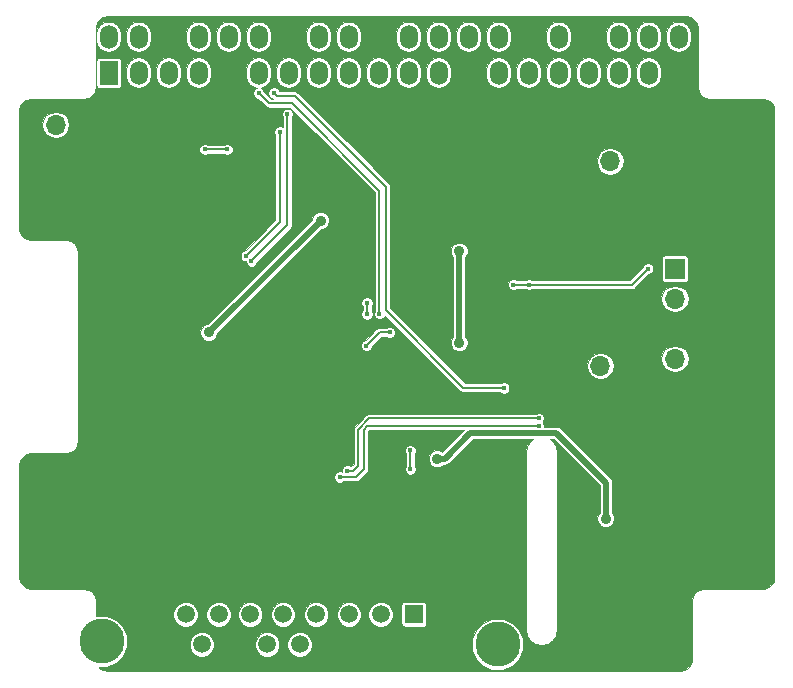
<source format=gbr>
G04 #@! TF.FileFunction,Copper,L2,Bot,Signal*
%FSLAX46Y46*%
G04 Gerber Fmt 4.6, Leading zero omitted, Abs format (unit mm)*
G04 Created by KiCad (PCBNEW 4.0.7-e1-6374~58~ubuntu16.04.1) date Tue Aug 22 17:37:57 2017*
%MOMM*%
%LPD*%
G01*
G04 APERTURE LIST*
%ADD10C,0.100000*%
%ADD11R,1.700000X1.700000*%
%ADD12O,1.700000X1.700000*%
%ADD13R,1.524000X1.998980*%
%ADD14O,1.524000X1.998980*%
%ADD15C,3.810000*%
%ADD16R,1.520000X1.520000*%
%ADD17C,1.520000*%
%ADD18C,0.400000*%
%ADD19C,0.889000*%
%ADD20C,0.200000*%
%ADD21C,0.500000*%
%ADD22C,0.050000*%
G04 APERTURE END LIST*
D10*
D11*
X155723850Y-81375708D03*
D12*
X155723850Y-83915708D03*
D11*
X154910000Y-98710000D03*
D12*
X154910000Y-101250000D03*
D13*
X113270000Y-76418920D03*
D14*
X113270000Y-73381080D03*
X115810000Y-76418920D03*
X115810000Y-73381080D03*
X118350000Y-76418920D03*
X118350000Y-73381080D03*
X120890000Y-76418920D03*
X120890000Y-73381080D03*
X123430000Y-76418920D03*
X123430000Y-73381080D03*
X125970000Y-76418920D03*
X125970000Y-73381080D03*
X128510000Y-76418920D03*
X128510000Y-73381080D03*
X131050000Y-76418920D03*
X131050000Y-73381080D03*
X133590000Y-76418920D03*
X133590000Y-73381080D03*
X136130000Y-76418920D03*
X136130000Y-73381080D03*
X138670000Y-76418920D03*
X138670000Y-73381080D03*
X141210000Y-76418920D03*
X141210000Y-73381080D03*
X143750000Y-76418920D03*
X143750000Y-73381080D03*
X146290000Y-76418920D03*
X146290000Y-73381080D03*
X148830000Y-76418920D03*
X148830000Y-73381080D03*
X151370000Y-76418920D03*
X151370000Y-73381080D03*
X153910000Y-76418920D03*
X153910000Y-73381080D03*
X156450000Y-76418920D03*
X156450000Y-73381080D03*
X158990000Y-76418920D03*
X158990000Y-73381080D03*
X161530000Y-76418920D03*
X161530000Y-73381080D03*
D11*
X108800000Y-83365000D03*
D12*
X108800000Y-80825000D03*
D11*
X161222294Y-93018216D03*
D12*
X161222294Y-95558216D03*
X161222294Y-98098216D03*
X161222294Y-100638216D03*
D15*
X112670000Y-124570000D03*
X146200000Y-124820000D03*
D16*
X139090000Y-122280000D03*
D17*
X136300000Y-122280000D03*
X133630000Y-122280000D03*
X130840000Y-122280000D03*
X128040000Y-122280000D03*
X125250000Y-122280000D03*
X122580000Y-122280000D03*
X119790000Y-122280000D03*
X137520000Y-124820000D03*
X134980000Y-124820000D03*
X132180000Y-124820000D03*
X129440000Y-124820000D03*
X126690000Y-124820000D03*
X123900000Y-124820000D03*
X121160000Y-124820000D03*
D18*
X136730000Y-104530000D03*
X136030000Y-104540000D03*
X135360000Y-104540000D03*
X150270000Y-91740000D03*
X149690000Y-91740000D03*
X149120000Y-91740000D03*
X128410000Y-79918914D03*
X125350000Y-92350000D03*
X127760000Y-81418914D03*
X124920000Y-91920000D03*
D19*
X121745000Y-98395000D03*
X131210000Y-88930000D03*
X142950000Y-91520000D03*
X142950000Y-99280000D03*
D18*
X137060000Y-98400000D03*
X135100000Y-99510000D03*
D19*
X155360000Y-114160000D03*
X141080000Y-109100000D03*
D18*
X125970000Y-78130000D03*
X136190000Y-96820000D03*
X158920000Y-93010000D03*
X147533403Y-94360000D03*
X148840000Y-94360000D03*
X135150000Y-95910010D03*
X135150000Y-96840000D03*
X132830000Y-110640000D03*
X149680000Y-106330000D03*
X133480000Y-110100000D03*
X149680000Y-105680000D03*
X127260000Y-78130000D03*
X146730000Y-103100000D03*
X123310000Y-82910000D03*
X121410000Y-82910000D03*
X138810000Y-108390000D03*
X138810000Y-109990000D03*
D20*
X135360000Y-104540000D02*
X136030000Y-104540000D01*
X149120000Y-91740000D02*
X149690000Y-91740000D01*
X125350000Y-92350000D02*
X128410000Y-89290000D01*
X128410000Y-89290000D02*
X128410000Y-79918914D01*
X124920000Y-91920000D02*
X127760000Y-89080000D01*
X127760000Y-89080000D02*
X127760000Y-81418914D01*
D21*
X131210000Y-88930000D02*
X121745000Y-98395000D01*
X142950000Y-99280000D02*
X142950000Y-91520000D01*
D20*
X135100000Y-99510000D02*
X136210000Y-98400000D01*
X136210000Y-98400000D02*
X137060000Y-98400000D01*
D21*
X155360000Y-111120000D02*
X155360000Y-114160000D01*
X151170000Y-106930000D02*
X155360000Y-111120000D01*
X143878617Y-106930000D02*
X151170000Y-106930000D01*
X141080000Y-109100000D02*
X141708617Y-109100000D01*
X141708617Y-109100000D02*
X143878617Y-106930000D01*
D20*
X136190000Y-96820000D02*
X136190000Y-86390000D01*
X136190000Y-86390000D02*
X128800000Y-79000000D01*
X128800000Y-79000000D02*
X126840000Y-79000000D01*
X126840000Y-79000000D02*
X125970000Y-78130000D01*
X148840000Y-94360000D02*
X157570000Y-94360000D01*
X157570000Y-94360000D02*
X158920000Y-93010000D01*
X148840000Y-94360000D02*
X147533403Y-94360000D01*
X135150000Y-96840000D02*
X135150000Y-95910010D01*
X149680000Y-106330000D02*
X135180000Y-106330000D01*
X135180000Y-106330000D02*
X134860000Y-106650000D01*
X134860000Y-106650000D02*
X134860000Y-109990000D01*
X134860000Y-109990000D02*
X134210000Y-110640000D01*
X134210000Y-110640000D02*
X132830000Y-110640000D01*
X134380000Y-109700000D02*
X133980000Y-110100000D01*
X133980000Y-110100000D02*
X133480000Y-110100000D01*
X134380000Y-106635012D02*
X134380000Y-109700000D01*
X149680000Y-105680000D02*
X135335012Y-105680000D01*
X135335012Y-105680000D02*
X134380000Y-106635012D01*
X129030000Y-78370000D02*
X127500000Y-78370000D01*
X127500000Y-78370000D02*
X127260000Y-78130000D01*
X136730000Y-86070000D02*
X129030000Y-78370000D01*
X136730000Y-96530000D02*
X136730000Y-86070000D01*
X143300000Y-103100000D02*
X136730000Y-96530000D01*
X146730000Y-103100000D02*
X143300000Y-103100000D01*
X121410000Y-82910000D02*
X123310000Y-82910000D01*
X138810000Y-109990000D02*
X138810000Y-108390000D01*
D22*
G36*
X162542929Y-71719670D02*
X162859083Y-71930917D01*
X163070330Y-72247071D01*
X163145000Y-72622464D01*
X163145000Y-77620000D01*
X163145480Y-77624877D01*
X163221600Y-78007560D01*
X163225333Y-78016572D01*
X163442106Y-78340996D01*
X163449004Y-78347894D01*
X163773428Y-78564667D01*
X163782440Y-78568400D01*
X164165123Y-78644520D01*
X164170000Y-78645000D01*
X168667536Y-78645000D01*
X169042929Y-78719670D01*
X169359083Y-78930917D01*
X169570330Y-79247071D01*
X169595000Y-79371096D01*
X169595000Y-119368904D01*
X169570330Y-119492929D01*
X169359083Y-119809083D01*
X169042929Y-120020330D01*
X168667536Y-120095000D01*
X163670000Y-120095000D01*
X163665123Y-120095480D01*
X163282440Y-120171600D01*
X163273428Y-120175333D01*
X162949004Y-120392106D01*
X162942106Y-120399004D01*
X162725333Y-120723428D01*
X162721600Y-120732440D01*
X162645480Y-121115123D01*
X162645000Y-121120000D01*
X162645000Y-126117536D01*
X162570330Y-126492929D01*
X162359083Y-126809083D01*
X162042929Y-127020330D01*
X161667536Y-127095000D01*
X113172464Y-127095000D01*
X112797071Y-127020330D01*
X112480917Y-126809083D01*
X112441306Y-126749802D01*
X113101726Y-126750378D01*
X113903258Y-126419192D01*
X114517037Y-125806483D01*
X114841548Y-125024971D01*
X120124821Y-125024971D01*
X120282058Y-125405515D01*
X120572954Y-125696919D01*
X120953223Y-125854820D01*
X121364971Y-125855179D01*
X121745515Y-125697942D01*
X122036919Y-125407046D01*
X122194820Y-125026777D01*
X122194821Y-125024971D01*
X125654821Y-125024971D01*
X125812058Y-125405515D01*
X126102954Y-125696919D01*
X126483223Y-125854820D01*
X126894971Y-125855179D01*
X127275515Y-125697942D01*
X127566919Y-125407046D01*
X127724820Y-125026777D01*
X127724821Y-125024971D01*
X128404821Y-125024971D01*
X128562058Y-125405515D01*
X128852954Y-125696919D01*
X129233223Y-125854820D01*
X129644971Y-125855179D01*
X130025515Y-125697942D01*
X130316919Y-125407046D01*
X130381413Y-125251726D01*
X144019622Y-125251726D01*
X144350808Y-126053258D01*
X144963517Y-126667037D01*
X145764469Y-126999621D01*
X146631726Y-127000378D01*
X147433258Y-126669192D01*
X148047037Y-126056483D01*
X148379621Y-125255531D01*
X148380378Y-124388274D01*
X148049192Y-123586742D01*
X147436483Y-122972963D01*
X146635531Y-122640379D01*
X145768274Y-122639622D01*
X144966742Y-122970808D01*
X144352963Y-123583517D01*
X144020379Y-124384469D01*
X144019622Y-125251726D01*
X130381413Y-125251726D01*
X130474820Y-125026777D01*
X130475179Y-124615029D01*
X130317942Y-124234485D01*
X130027046Y-123943081D01*
X129646777Y-123785180D01*
X129235029Y-123784821D01*
X128854485Y-123942058D01*
X128563081Y-124232954D01*
X128405180Y-124613223D01*
X128404821Y-125024971D01*
X127724821Y-125024971D01*
X127725179Y-124615029D01*
X127567942Y-124234485D01*
X127277046Y-123943081D01*
X126896777Y-123785180D01*
X126485029Y-123784821D01*
X126104485Y-123942058D01*
X125813081Y-124232954D01*
X125655180Y-124613223D01*
X125654821Y-125024971D01*
X122194821Y-125024971D01*
X122195179Y-124615029D01*
X122037942Y-124234485D01*
X121747046Y-123943081D01*
X121366777Y-123785180D01*
X120955029Y-123784821D01*
X120574485Y-123942058D01*
X120283081Y-124232954D01*
X120125180Y-124613223D01*
X120124821Y-125024971D01*
X114841548Y-125024971D01*
X114849621Y-125005531D01*
X114850378Y-124138274D01*
X114519192Y-123336742D01*
X113906483Y-122722963D01*
X113333335Y-122484971D01*
X118754821Y-122484971D01*
X118912058Y-122865515D01*
X119202954Y-123156919D01*
X119583223Y-123314820D01*
X119994971Y-123315179D01*
X120375515Y-123157942D01*
X120666919Y-122867046D01*
X120824820Y-122486777D01*
X120824821Y-122484971D01*
X121544821Y-122484971D01*
X121702058Y-122865515D01*
X121992954Y-123156919D01*
X122373223Y-123314820D01*
X122784971Y-123315179D01*
X123165515Y-123157942D01*
X123456919Y-122867046D01*
X123614820Y-122486777D01*
X123614821Y-122484971D01*
X124214821Y-122484971D01*
X124372058Y-122865515D01*
X124662954Y-123156919D01*
X125043223Y-123314820D01*
X125454971Y-123315179D01*
X125835515Y-123157942D01*
X126126919Y-122867046D01*
X126284820Y-122486777D01*
X126284821Y-122484971D01*
X127004821Y-122484971D01*
X127162058Y-122865515D01*
X127452954Y-123156919D01*
X127833223Y-123314820D01*
X128244971Y-123315179D01*
X128625515Y-123157942D01*
X128916919Y-122867046D01*
X129074820Y-122486777D01*
X129074821Y-122484971D01*
X129804821Y-122484971D01*
X129962058Y-122865515D01*
X130252954Y-123156919D01*
X130633223Y-123314820D01*
X131044971Y-123315179D01*
X131425515Y-123157942D01*
X131716919Y-122867046D01*
X131874820Y-122486777D01*
X131874821Y-122484971D01*
X132594821Y-122484971D01*
X132752058Y-122865515D01*
X133042954Y-123156919D01*
X133423223Y-123314820D01*
X133834971Y-123315179D01*
X134215515Y-123157942D01*
X134506919Y-122867046D01*
X134664820Y-122486777D01*
X134664821Y-122484971D01*
X135264821Y-122484971D01*
X135422058Y-122865515D01*
X135712954Y-123156919D01*
X136093223Y-123314820D01*
X136504971Y-123315179D01*
X136885515Y-123157942D01*
X137176919Y-122867046D01*
X137334820Y-122486777D01*
X137335179Y-122075029D01*
X137177942Y-121694485D01*
X137003762Y-121520000D01*
X138049613Y-121520000D01*
X138049613Y-123040000D01*
X138068788Y-123141909D01*
X138129016Y-123235506D01*
X138220914Y-123298296D01*
X138330000Y-123320387D01*
X139850000Y-123320387D01*
X139951909Y-123301212D01*
X140045506Y-123240984D01*
X140108296Y-123149086D01*
X140130387Y-123040000D01*
X140130387Y-121520000D01*
X140111212Y-121418091D01*
X140050984Y-121324494D01*
X139959086Y-121261704D01*
X139850000Y-121239613D01*
X138330000Y-121239613D01*
X138228091Y-121258788D01*
X138134494Y-121319016D01*
X138071704Y-121410914D01*
X138049613Y-121520000D01*
X137003762Y-121520000D01*
X136887046Y-121403081D01*
X136506777Y-121245180D01*
X136095029Y-121244821D01*
X135714485Y-121402058D01*
X135423081Y-121692954D01*
X135265180Y-122073223D01*
X135264821Y-122484971D01*
X134664821Y-122484971D01*
X134665179Y-122075029D01*
X134507942Y-121694485D01*
X134217046Y-121403081D01*
X133836777Y-121245180D01*
X133425029Y-121244821D01*
X133044485Y-121402058D01*
X132753081Y-121692954D01*
X132595180Y-122073223D01*
X132594821Y-122484971D01*
X131874821Y-122484971D01*
X131875179Y-122075029D01*
X131717942Y-121694485D01*
X131427046Y-121403081D01*
X131046777Y-121245180D01*
X130635029Y-121244821D01*
X130254485Y-121402058D01*
X129963081Y-121692954D01*
X129805180Y-122073223D01*
X129804821Y-122484971D01*
X129074821Y-122484971D01*
X129075179Y-122075029D01*
X128917942Y-121694485D01*
X128627046Y-121403081D01*
X128246777Y-121245180D01*
X127835029Y-121244821D01*
X127454485Y-121402058D01*
X127163081Y-121692954D01*
X127005180Y-122073223D01*
X127004821Y-122484971D01*
X126284821Y-122484971D01*
X126285179Y-122075029D01*
X126127942Y-121694485D01*
X125837046Y-121403081D01*
X125456777Y-121245180D01*
X125045029Y-121244821D01*
X124664485Y-121402058D01*
X124373081Y-121692954D01*
X124215180Y-122073223D01*
X124214821Y-122484971D01*
X123614821Y-122484971D01*
X123615179Y-122075029D01*
X123457942Y-121694485D01*
X123167046Y-121403081D01*
X122786777Y-121245180D01*
X122375029Y-121244821D01*
X121994485Y-121402058D01*
X121703081Y-121692954D01*
X121545180Y-122073223D01*
X121544821Y-122484971D01*
X120824821Y-122484971D01*
X120825179Y-122075029D01*
X120667942Y-121694485D01*
X120377046Y-121403081D01*
X119996777Y-121245180D01*
X119585029Y-121244821D01*
X119204485Y-121402058D01*
X118913081Y-121692954D01*
X118755180Y-122073223D01*
X118754821Y-122484971D01*
X113333335Y-122484971D01*
X113105531Y-122390379D01*
X112238274Y-122389622D01*
X112195000Y-122407502D01*
X112195000Y-121120000D01*
X112194520Y-121115123D01*
X112118400Y-120732440D01*
X112114667Y-120723428D01*
X111897894Y-120399004D01*
X111890996Y-120392106D01*
X111566572Y-120175333D01*
X111557560Y-120171600D01*
X111174877Y-120095480D01*
X111170000Y-120095000D01*
X106672464Y-120095000D01*
X106297071Y-120020330D01*
X105980917Y-119809083D01*
X105769670Y-119492929D01*
X105695000Y-119117536D01*
X105695000Y-110734069D01*
X132354918Y-110734069D01*
X132427080Y-110908714D01*
X132560583Y-111042451D01*
X132735102Y-111114918D01*
X132924069Y-111115082D01*
X133098714Y-111042920D01*
X133126683Y-111015000D01*
X134210000Y-111015000D01*
X134353507Y-110986455D01*
X134475165Y-110905165D01*
X135125165Y-110255165D01*
X135206455Y-110133506D01*
X135235000Y-109990000D01*
X135235000Y-108484069D01*
X138334918Y-108484069D01*
X138407080Y-108658714D01*
X138435000Y-108686683D01*
X138435000Y-109693180D01*
X138407549Y-109720583D01*
X138335082Y-109895102D01*
X138334918Y-110084069D01*
X138407080Y-110258714D01*
X138540583Y-110392451D01*
X138715102Y-110464918D01*
X138904069Y-110465082D01*
X139078714Y-110392920D01*
X139212451Y-110259417D01*
X139284918Y-110084898D01*
X139285082Y-109895931D01*
X139212920Y-109721286D01*
X139185000Y-109693317D01*
X139185000Y-108686820D01*
X139212451Y-108659417D01*
X139284918Y-108484898D01*
X139285082Y-108295931D01*
X139212920Y-108121286D01*
X139079417Y-107987549D01*
X138904898Y-107915082D01*
X138715931Y-107914918D01*
X138541286Y-107987080D01*
X138407549Y-108120583D01*
X138335082Y-108295102D01*
X138334918Y-108484069D01*
X135235000Y-108484069D01*
X135235000Y-106805330D01*
X135335330Y-106705000D01*
X143361155Y-106705000D01*
X141531891Y-108534264D01*
X141488096Y-108490393D01*
X141223745Y-108380625D01*
X140937510Y-108380375D01*
X140672968Y-108489682D01*
X140470393Y-108691904D01*
X140360625Y-108956255D01*
X140360375Y-109242490D01*
X140469682Y-109507032D01*
X140671904Y-109709607D01*
X140936255Y-109819375D01*
X141222490Y-109819625D01*
X141487032Y-109710318D01*
X141572499Y-109625000D01*
X141708617Y-109625000D01*
X141909526Y-109585037D01*
X142079848Y-109471231D01*
X144096079Y-107455000D01*
X149238363Y-107455000D01*
X149032333Y-107592665D01*
X148942665Y-107682332D01*
X148942665Y-107682333D01*
X148725893Y-108006756D01*
X148725892Y-108006757D01*
X148677365Y-108123913D01*
X148601245Y-108506596D01*
X148601245Y-108538604D01*
X148595000Y-108570000D01*
X148595000Y-123570000D01*
X148601245Y-123601396D01*
X148601245Y-123633404D01*
X148677365Y-124016087D01*
X148725892Y-124133243D01*
X148942664Y-124457665D01*
X148942665Y-124457668D01*
X149032333Y-124547335D01*
X149356757Y-124764108D01*
X149473912Y-124812635D01*
X149473913Y-124812635D01*
X149856594Y-124888755D01*
X149983404Y-124888755D01*
X150366087Y-124812635D01*
X150483243Y-124764108D01*
X150483244Y-124764107D01*
X150807665Y-124547336D01*
X150807668Y-124547335D01*
X150897335Y-124457667D01*
X151114108Y-124133243D01*
X151162635Y-124016088D01*
X151162635Y-124016087D01*
X151238755Y-123633404D01*
X151238755Y-123601396D01*
X151245000Y-123570000D01*
X151245000Y-108570000D01*
X151238755Y-108538604D01*
X151238755Y-108506596D01*
X151162635Y-108123913D01*
X151151017Y-108095863D01*
X151114108Y-108006757D01*
X150897335Y-107682333D01*
X150807668Y-107592665D01*
X150807665Y-107592664D01*
X150601637Y-107455000D01*
X150952538Y-107455000D01*
X154835000Y-111337462D01*
X154835000Y-113667444D01*
X154750393Y-113751904D01*
X154640625Y-114016255D01*
X154640375Y-114302490D01*
X154749682Y-114567032D01*
X154951904Y-114769607D01*
X155216255Y-114879375D01*
X155502490Y-114879625D01*
X155767032Y-114770318D01*
X155969607Y-114568096D01*
X156079375Y-114303745D01*
X156079625Y-114017510D01*
X155970318Y-113752968D01*
X155885000Y-113667501D01*
X155885000Y-111120000D01*
X155845037Y-110919091D01*
X155731231Y-110748769D01*
X151541231Y-106558769D01*
X151370909Y-106444963D01*
X151170000Y-106405000D01*
X150154935Y-106405000D01*
X150155082Y-106235931D01*
X150082920Y-106061286D01*
X150026751Y-106005019D01*
X150082451Y-105949417D01*
X150154918Y-105774898D01*
X150155082Y-105585931D01*
X150082920Y-105411286D01*
X149949417Y-105277549D01*
X149774898Y-105205082D01*
X149585931Y-105204918D01*
X149411286Y-105277080D01*
X149383317Y-105305000D01*
X135335012Y-105305000D01*
X135191505Y-105333545D01*
X135069847Y-105414835D01*
X134114835Y-106369847D01*
X134033545Y-106491505D01*
X134033545Y-106491506D01*
X134005000Y-106635012D01*
X134005000Y-109544670D01*
X133824670Y-109725000D01*
X133776820Y-109725000D01*
X133749417Y-109697549D01*
X133574898Y-109625082D01*
X133385931Y-109624918D01*
X133211286Y-109697080D01*
X133077549Y-109830583D01*
X133005082Y-110005102D01*
X133004918Y-110194069D01*
X133007033Y-110199188D01*
X132924898Y-110165082D01*
X132735931Y-110164918D01*
X132561286Y-110237080D01*
X132427549Y-110370583D01*
X132355082Y-110545102D01*
X132354918Y-110734069D01*
X105695000Y-110734069D01*
X105695000Y-109622464D01*
X105769670Y-109247071D01*
X105980917Y-108930917D01*
X106297071Y-108719670D01*
X106672464Y-108645000D01*
X109670000Y-108645000D01*
X109674877Y-108644520D01*
X110057560Y-108568400D01*
X110066572Y-108564667D01*
X110390996Y-108347894D01*
X110397894Y-108340996D01*
X110614667Y-108016572D01*
X110618400Y-108007560D01*
X110694520Y-107624877D01*
X110695000Y-107620000D01*
X110695000Y-99604069D01*
X134624918Y-99604069D01*
X134697080Y-99778714D01*
X134830583Y-99912451D01*
X135005102Y-99984918D01*
X135194069Y-99985082D01*
X135368714Y-99912920D01*
X135502451Y-99779417D01*
X135574918Y-99604898D01*
X135574952Y-99565378D01*
X136365330Y-98775000D01*
X136763180Y-98775000D01*
X136790583Y-98802451D01*
X136965102Y-98874918D01*
X137154069Y-98875082D01*
X137328714Y-98802920D01*
X137462451Y-98669417D01*
X137534918Y-98494898D01*
X137535082Y-98305931D01*
X137462920Y-98131286D01*
X137329417Y-97997549D01*
X137154898Y-97925082D01*
X136965931Y-97924918D01*
X136791286Y-97997080D01*
X136763317Y-98025000D01*
X136210000Y-98025000D01*
X136066493Y-98053545D01*
X135944835Y-98134835D01*
X135044718Y-99034952D01*
X135005931Y-99034918D01*
X134831286Y-99107080D01*
X134697549Y-99240583D01*
X134625082Y-99415102D01*
X134624918Y-99604069D01*
X110695000Y-99604069D01*
X110695000Y-98537490D01*
X121025375Y-98537490D01*
X121134682Y-98802032D01*
X121336904Y-99004607D01*
X121601255Y-99114375D01*
X121887490Y-99114625D01*
X122152032Y-99005318D01*
X122354607Y-98803096D01*
X122464375Y-98538745D01*
X122464480Y-98417982D01*
X124878383Y-96004079D01*
X134674918Y-96004079D01*
X134747080Y-96178724D01*
X134775000Y-96206693D01*
X134775000Y-96543180D01*
X134747549Y-96570583D01*
X134675082Y-96745102D01*
X134674918Y-96934069D01*
X134747080Y-97108714D01*
X134880583Y-97242451D01*
X135055102Y-97314918D01*
X135244069Y-97315082D01*
X135418714Y-97242920D01*
X135552451Y-97109417D01*
X135624918Y-96934898D01*
X135625082Y-96745931D01*
X135552920Y-96571286D01*
X135525000Y-96543317D01*
X135525000Y-96206830D01*
X135552451Y-96179427D01*
X135624918Y-96004908D01*
X135625082Y-95815941D01*
X135552920Y-95641296D01*
X135419417Y-95507559D01*
X135244898Y-95435092D01*
X135055931Y-95434928D01*
X134881286Y-95507090D01*
X134747549Y-95640593D01*
X134675082Y-95815112D01*
X134674918Y-96004079D01*
X124878383Y-96004079D01*
X131232941Y-89649521D01*
X131352490Y-89649625D01*
X131617032Y-89540318D01*
X131819607Y-89338096D01*
X131929375Y-89073745D01*
X131929625Y-88787510D01*
X131820318Y-88522968D01*
X131618096Y-88320393D01*
X131353745Y-88210625D01*
X131067510Y-88210375D01*
X130802968Y-88319682D01*
X130600393Y-88521904D01*
X130490625Y-88786255D01*
X130490520Y-88907018D01*
X121722059Y-97675479D01*
X121602510Y-97675375D01*
X121337968Y-97784682D01*
X121135393Y-97986904D01*
X121025625Y-98251255D01*
X121025375Y-98537490D01*
X110695000Y-98537490D01*
X110695000Y-92014069D01*
X124444918Y-92014069D01*
X124517080Y-92188714D01*
X124650583Y-92322451D01*
X124825102Y-92394918D01*
X124874961Y-92394961D01*
X124874918Y-92444069D01*
X124947080Y-92618714D01*
X125080583Y-92752451D01*
X125255102Y-92824918D01*
X125444069Y-92825082D01*
X125618714Y-92752920D01*
X125752451Y-92619417D01*
X125824918Y-92444898D01*
X125824952Y-92405378D01*
X128675165Y-89555165D01*
X128756455Y-89433506D01*
X128785000Y-89290000D01*
X128785000Y-80215734D01*
X128812451Y-80188331D01*
X128884918Y-80013812D01*
X128885082Y-79824845D01*
X128812920Y-79650200D01*
X128679417Y-79516463D01*
X128504898Y-79443996D01*
X128315931Y-79443832D01*
X128141286Y-79515994D01*
X128007549Y-79649497D01*
X127935082Y-79824016D01*
X127934918Y-80012983D01*
X128007080Y-80187628D01*
X128035000Y-80215597D01*
X128035000Y-81022056D01*
X128029417Y-81016463D01*
X127854898Y-80943996D01*
X127665931Y-80943832D01*
X127491286Y-81015994D01*
X127357549Y-81149497D01*
X127285082Y-81324016D01*
X127284918Y-81512983D01*
X127357080Y-81687628D01*
X127385000Y-81715597D01*
X127385000Y-88924670D01*
X124864718Y-91444952D01*
X124825931Y-91444918D01*
X124651286Y-91517080D01*
X124517549Y-91650583D01*
X124445082Y-91825102D01*
X124444918Y-92014069D01*
X110695000Y-92014069D01*
X110695000Y-91620000D01*
X110694520Y-91615123D01*
X110618400Y-91232440D01*
X110614667Y-91223428D01*
X110397894Y-90899004D01*
X110390996Y-90892106D01*
X110066572Y-90675333D01*
X110057560Y-90671600D01*
X109674877Y-90595480D01*
X109670000Y-90595000D01*
X106672464Y-90595000D01*
X106297071Y-90520330D01*
X105980917Y-90309083D01*
X105769670Y-89992929D01*
X105695000Y-89617536D01*
X105695000Y-83004069D01*
X120934918Y-83004069D01*
X121007080Y-83178714D01*
X121140583Y-83312451D01*
X121315102Y-83384918D01*
X121504069Y-83385082D01*
X121678714Y-83312920D01*
X121706683Y-83285000D01*
X123013180Y-83285000D01*
X123040583Y-83312451D01*
X123215102Y-83384918D01*
X123404069Y-83385082D01*
X123578714Y-83312920D01*
X123712451Y-83179417D01*
X123784918Y-83004898D01*
X123785082Y-82815931D01*
X123712920Y-82641286D01*
X123579417Y-82507549D01*
X123404898Y-82435082D01*
X123215931Y-82434918D01*
X123041286Y-82507080D01*
X123013317Y-82535000D01*
X121706820Y-82535000D01*
X121679417Y-82507549D01*
X121504898Y-82435082D01*
X121315931Y-82434918D01*
X121141286Y-82507080D01*
X121007549Y-82640583D01*
X120935082Y-82815102D01*
X120934918Y-83004069D01*
X105695000Y-83004069D01*
X105695000Y-80825000D01*
X107652960Y-80825000D01*
X107738596Y-81255519D01*
X107982465Y-81620495D01*
X108347441Y-81864364D01*
X108777960Y-81950000D01*
X108822040Y-81950000D01*
X109252559Y-81864364D01*
X109617535Y-81620495D01*
X109861404Y-81255519D01*
X109947040Y-80825000D01*
X109861404Y-80394481D01*
X109617535Y-80029505D01*
X109252559Y-79785636D01*
X108822040Y-79700000D01*
X108777960Y-79700000D01*
X108347441Y-79785636D01*
X107982465Y-80029505D01*
X107738596Y-80394481D01*
X107652960Y-80825000D01*
X105695000Y-80825000D01*
X105695000Y-79622464D01*
X105769670Y-79247071D01*
X105980917Y-78930917D01*
X106297071Y-78719670D01*
X106672464Y-78645000D01*
X111170000Y-78645000D01*
X111174877Y-78644520D01*
X111557560Y-78568400D01*
X111566572Y-78564667D01*
X111890996Y-78347894D01*
X111897894Y-78340996D01*
X112114667Y-78016572D01*
X112118400Y-78007560D01*
X112194520Y-77624877D01*
X112195000Y-77620000D01*
X112195000Y-75419430D01*
X112227613Y-75419430D01*
X112227613Y-77418410D01*
X112246788Y-77520319D01*
X112307016Y-77613916D01*
X112398914Y-77676706D01*
X112508000Y-77698797D01*
X114032000Y-77698797D01*
X114133909Y-77679622D01*
X114227506Y-77619394D01*
X114290296Y-77527496D01*
X114312387Y-77418410D01*
X114312387Y-76156461D01*
X114773000Y-76156461D01*
X114773000Y-76681379D01*
X114851937Y-77078222D01*
X115076730Y-77414649D01*
X115413157Y-77639442D01*
X115810000Y-77718379D01*
X116206843Y-77639442D01*
X116543270Y-77414649D01*
X116768063Y-77078222D01*
X116847000Y-76681379D01*
X116847000Y-76156461D01*
X117313000Y-76156461D01*
X117313000Y-76681379D01*
X117391937Y-77078222D01*
X117616730Y-77414649D01*
X117953157Y-77639442D01*
X118350000Y-77718379D01*
X118746843Y-77639442D01*
X119083270Y-77414649D01*
X119308063Y-77078222D01*
X119387000Y-76681379D01*
X119387000Y-76156461D01*
X119853000Y-76156461D01*
X119853000Y-76681379D01*
X119931937Y-77078222D01*
X120156730Y-77414649D01*
X120493157Y-77639442D01*
X120890000Y-77718379D01*
X121286843Y-77639442D01*
X121623270Y-77414649D01*
X121848063Y-77078222D01*
X121927000Y-76681379D01*
X121927000Y-76156461D01*
X124933000Y-76156461D01*
X124933000Y-76681379D01*
X125011937Y-77078222D01*
X125236730Y-77414649D01*
X125573157Y-77639442D01*
X125802823Y-77685126D01*
X125701286Y-77727080D01*
X125567549Y-77860583D01*
X125495082Y-78035102D01*
X125494918Y-78224069D01*
X125567080Y-78398714D01*
X125700583Y-78532451D01*
X125875102Y-78604918D01*
X125914622Y-78604952D01*
X126574835Y-79265165D01*
X126696494Y-79346455D01*
X126840000Y-79375000D01*
X128644670Y-79375000D01*
X135815000Y-86545330D01*
X135815000Y-96523180D01*
X135787549Y-96550583D01*
X135715082Y-96725102D01*
X135714918Y-96914069D01*
X135787080Y-97088714D01*
X135920583Y-97222451D01*
X136095102Y-97294918D01*
X136284069Y-97295082D01*
X136458714Y-97222920D01*
X136592451Y-97089417D01*
X136641343Y-96971673D01*
X143034835Y-103365165D01*
X143156493Y-103446455D01*
X143300000Y-103475000D01*
X146433180Y-103475000D01*
X146460583Y-103502451D01*
X146635102Y-103574918D01*
X146824069Y-103575082D01*
X146998714Y-103502920D01*
X147132451Y-103369417D01*
X147204918Y-103194898D01*
X147205082Y-103005931D01*
X147132920Y-102831286D01*
X146999417Y-102697549D01*
X146824898Y-102625082D01*
X146635931Y-102624918D01*
X146461286Y-102697080D01*
X146433317Y-102725000D01*
X143455330Y-102725000D01*
X141980330Y-101250000D01*
X153762960Y-101250000D01*
X153848596Y-101680519D01*
X154092465Y-102045495D01*
X154457441Y-102289364D01*
X154887960Y-102375000D01*
X154932040Y-102375000D01*
X155362559Y-102289364D01*
X155727535Y-102045495D01*
X155971404Y-101680519D01*
X156057040Y-101250000D01*
X155971404Y-100819481D01*
X155850287Y-100638216D01*
X160075254Y-100638216D01*
X160160890Y-101068735D01*
X160404759Y-101433711D01*
X160769735Y-101677580D01*
X161200254Y-101763216D01*
X161244334Y-101763216D01*
X161674853Y-101677580D01*
X162039829Y-101433711D01*
X162283698Y-101068735D01*
X162369334Y-100638216D01*
X162283698Y-100207697D01*
X162039829Y-99842721D01*
X161674853Y-99598852D01*
X161244334Y-99513216D01*
X161200254Y-99513216D01*
X160769735Y-99598852D01*
X160404759Y-99842721D01*
X160160890Y-100207697D01*
X160075254Y-100638216D01*
X155850287Y-100638216D01*
X155727535Y-100454505D01*
X155362559Y-100210636D01*
X154932040Y-100125000D01*
X154887960Y-100125000D01*
X154457441Y-100210636D01*
X154092465Y-100454505D01*
X153848596Y-100819481D01*
X153762960Y-101250000D01*
X141980330Y-101250000D01*
X137105000Y-96374670D01*
X137105000Y-91662490D01*
X142230375Y-91662490D01*
X142339682Y-91927032D01*
X142425000Y-92012499D01*
X142425000Y-98787444D01*
X142340393Y-98871904D01*
X142230625Y-99136255D01*
X142230375Y-99422490D01*
X142339682Y-99687032D01*
X142541904Y-99889607D01*
X142806255Y-99999375D01*
X143092490Y-99999625D01*
X143357032Y-99890318D01*
X143559607Y-99688096D01*
X143669375Y-99423745D01*
X143669625Y-99137510D01*
X143560318Y-98872968D01*
X143475000Y-98787501D01*
X143475000Y-95558216D01*
X160075254Y-95558216D01*
X160160890Y-95988735D01*
X160404759Y-96353711D01*
X160769735Y-96597580D01*
X161200254Y-96683216D01*
X161244334Y-96683216D01*
X161674853Y-96597580D01*
X162039829Y-96353711D01*
X162283698Y-95988735D01*
X162369334Y-95558216D01*
X162283698Y-95127697D01*
X162039829Y-94762721D01*
X161674853Y-94518852D01*
X161244334Y-94433216D01*
X161200254Y-94433216D01*
X160769735Y-94518852D01*
X160404759Y-94762721D01*
X160160890Y-95127697D01*
X160075254Y-95558216D01*
X143475000Y-95558216D01*
X143475000Y-94454069D01*
X147058321Y-94454069D01*
X147130483Y-94628714D01*
X147263986Y-94762451D01*
X147438505Y-94834918D01*
X147627472Y-94835082D01*
X147802117Y-94762920D01*
X147830086Y-94735000D01*
X148543180Y-94735000D01*
X148570583Y-94762451D01*
X148745102Y-94834918D01*
X148934069Y-94835082D01*
X149108714Y-94762920D01*
X149136683Y-94735000D01*
X157570000Y-94735000D01*
X157713507Y-94706455D01*
X157835165Y-94625165D01*
X158975282Y-93485048D01*
X159014069Y-93485082D01*
X159188714Y-93412920D01*
X159322451Y-93279417D01*
X159394918Y-93104898D01*
X159395082Y-92915931D01*
X159322920Y-92741286D01*
X159189417Y-92607549D01*
X159014898Y-92535082D01*
X158825931Y-92534918D01*
X158651286Y-92607080D01*
X158517549Y-92740583D01*
X158445082Y-92915102D01*
X158445048Y-92954622D01*
X157414670Y-93985000D01*
X149136820Y-93985000D01*
X149109417Y-93957549D01*
X148934898Y-93885082D01*
X148745931Y-93884918D01*
X148571286Y-93957080D01*
X148543317Y-93985000D01*
X147830223Y-93985000D01*
X147802820Y-93957549D01*
X147628301Y-93885082D01*
X147439334Y-93884918D01*
X147264689Y-93957080D01*
X147130952Y-94090583D01*
X147058485Y-94265102D01*
X147058321Y-94454069D01*
X143475000Y-94454069D01*
X143475000Y-92168216D01*
X160091907Y-92168216D01*
X160091907Y-93868216D01*
X160111082Y-93970125D01*
X160171310Y-94063722D01*
X160263208Y-94126512D01*
X160372294Y-94148603D01*
X162072294Y-94148603D01*
X162174203Y-94129428D01*
X162267800Y-94069200D01*
X162330590Y-93977302D01*
X162352681Y-93868216D01*
X162352681Y-92168216D01*
X162333506Y-92066307D01*
X162273278Y-91972710D01*
X162181380Y-91909920D01*
X162072294Y-91887829D01*
X160372294Y-91887829D01*
X160270385Y-91907004D01*
X160176788Y-91967232D01*
X160113998Y-92059130D01*
X160091907Y-92168216D01*
X143475000Y-92168216D01*
X143475000Y-92012556D01*
X143559607Y-91928096D01*
X143669375Y-91663745D01*
X143669625Y-91377510D01*
X143560318Y-91112968D01*
X143358096Y-90910393D01*
X143093745Y-90800625D01*
X142807510Y-90800375D01*
X142542968Y-90909682D01*
X142340393Y-91111904D01*
X142230625Y-91376255D01*
X142230375Y-91662490D01*
X137105000Y-91662490D01*
X137105000Y-86070000D01*
X137076455Y-85926494D01*
X136995165Y-85804835D01*
X135106038Y-83915708D01*
X154576810Y-83915708D01*
X154662446Y-84346227D01*
X154906315Y-84711203D01*
X155271291Y-84955072D01*
X155701810Y-85040708D01*
X155745890Y-85040708D01*
X156176409Y-84955072D01*
X156541385Y-84711203D01*
X156785254Y-84346227D01*
X156870890Y-83915708D01*
X156785254Y-83485189D01*
X156541385Y-83120213D01*
X156176409Y-82876344D01*
X155745890Y-82790708D01*
X155701810Y-82790708D01*
X155271291Y-82876344D01*
X154906315Y-83120213D01*
X154662446Y-83485189D01*
X154576810Y-83915708D01*
X135106038Y-83915708D01*
X129295165Y-78104835D01*
X129173507Y-78023545D01*
X129030000Y-77995000D01*
X127718170Y-77995000D01*
X127662920Y-77861286D01*
X127529417Y-77727549D01*
X127354898Y-77655082D01*
X127165931Y-77654918D01*
X126991286Y-77727080D01*
X126857549Y-77860583D01*
X126785082Y-78035102D01*
X126784918Y-78224069D01*
X126857080Y-78398714D01*
X126990583Y-78532451D01*
X127165102Y-78604918D01*
X127204622Y-78604952D01*
X127224670Y-78625000D01*
X126995330Y-78625000D01*
X126445048Y-78074718D01*
X126445082Y-78035931D01*
X126372920Y-77861286D01*
X126239417Y-77727549D01*
X126137226Y-77685116D01*
X126366843Y-77639442D01*
X126703270Y-77414649D01*
X126928063Y-77078222D01*
X127007000Y-76681379D01*
X127007000Y-76156461D01*
X127473000Y-76156461D01*
X127473000Y-76681379D01*
X127551937Y-77078222D01*
X127776730Y-77414649D01*
X128113157Y-77639442D01*
X128510000Y-77718379D01*
X128906843Y-77639442D01*
X129243270Y-77414649D01*
X129468063Y-77078222D01*
X129547000Y-76681379D01*
X129547000Y-76156461D01*
X130013000Y-76156461D01*
X130013000Y-76681379D01*
X130091937Y-77078222D01*
X130316730Y-77414649D01*
X130653157Y-77639442D01*
X131050000Y-77718379D01*
X131446843Y-77639442D01*
X131783270Y-77414649D01*
X132008063Y-77078222D01*
X132087000Y-76681379D01*
X132087000Y-76156461D01*
X132553000Y-76156461D01*
X132553000Y-76681379D01*
X132631937Y-77078222D01*
X132856730Y-77414649D01*
X133193157Y-77639442D01*
X133590000Y-77718379D01*
X133986843Y-77639442D01*
X134323270Y-77414649D01*
X134548063Y-77078222D01*
X134627000Y-76681379D01*
X134627000Y-76156461D01*
X135093000Y-76156461D01*
X135093000Y-76681379D01*
X135171937Y-77078222D01*
X135396730Y-77414649D01*
X135733157Y-77639442D01*
X136130000Y-77718379D01*
X136526843Y-77639442D01*
X136863270Y-77414649D01*
X137088063Y-77078222D01*
X137167000Y-76681379D01*
X137167000Y-76156461D01*
X137633000Y-76156461D01*
X137633000Y-76681379D01*
X137711937Y-77078222D01*
X137936730Y-77414649D01*
X138273157Y-77639442D01*
X138670000Y-77718379D01*
X139066843Y-77639442D01*
X139403270Y-77414649D01*
X139628063Y-77078222D01*
X139707000Y-76681379D01*
X139707000Y-76156461D01*
X140173000Y-76156461D01*
X140173000Y-76681379D01*
X140251937Y-77078222D01*
X140476730Y-77414649D01*
X140813157Y-77639442D01*
X141210000Y-77718379D01*
X141606843Y-77639442D01*
X141943270Y-77414649D01*
X142168063Y-77078222D01*
X142247000Y-76681379D01*
X142247000Y-76156461D01*
X145253000Y-76156461D01*
X145253000Y-76681379D01*
X145331937Y-77078222D01*
X145556730Y-77414649D01*
X145893157Y-77639442D01*
X146290000Y-77718379D01*
X146686843Y-77639442D01*
X147023270Y-77414649D01*
X147248063Y-77078222D01*
X147327000Y-76681379D01*
X147327000Y-76156461D01*
X147793000Y-76156461D01*
X147793000Y-76681379D01*
X147871937Y-77078222D01*
X148096730Y-77414649D01*
X148433157Y-77639442D01*
X148830000Y-77718379D01*
X149226843Y-77639442D01*
X149563270Y-77414649D01*
X149788063Y-77078222D01*
X149867000Y-76681379D01*
X149867000Y-76156461D01*
X150333000Y-76156461D01*
X150333000Y-76681379D01*
X150411937Y-77078222D01*
X150636730Y-77414649D01*
X150973157Y-77639442D01*
X151370000Y-77718379D01*
X151766843Y-77639442D01*
X152103270Y-77414649D01*
X152328063Y-77078222D01*
X152407000Y-76681379D01*
X152407000Y-76156461D01*
X152873000Y-76156461D01*
X152873000Y-76681379D01*
X152951937Y-77078222D01*
X153176730Y-77414649D01*
X153513157Y-77639442D01*
X153910000Y-77718379D01*
X154306843Y-77639442D01*
X154643270Y-77414649D01*
X154868063Y-77078222D01*
X154947000Y-76681379D01*
X154947000Y-76156461D01*
X155413000Y-76156461D01*
X155413000Y-76681379D01*
X155491937Y-77078222D01*
X155716730Y-77414649D01*
X156053157Y-77639442D01*
X156450000Y-77718379D01*
X156846843Y-77639442D01*
X157183270Y-77414649D01*
X157408063Y-77078222D01*
X157487000Y-76681379D01*
X157487000Y-76156461D01*
X157953000Y-76156461D01*
X157953000Y-76681379D01*
X158031937Y-77078222D01*
X158256730Y-77414649D01*
X158593157Y-77639442D01*
X158990000Y-77718379D01*
X159386843Y-77639442D01*
X159723270Y-77414649D01*
X159948063Y-77078222D01*
X160027000Y-76681379D01*
X160027000Y-76156461D01*
X159948063Y-75759618D01*
X159723270Y-75423191D01*
X159386843Y-75198398D01*
X158990000Y-75119461D01*
X158593157Y-75198398D01*
X158256730Y-75423191D01*
X158031937Y-75759618D01*
X157953000Y-76156461D01*
X157487000Y-76156461D01*
X157408063Y-75759618D01*
X157183270Y-75423191D01*
X156846843Y-75198398D01*
X156450000Y-75119461D01*
X156053157Y-75198398D01*
X155716730Y-75423191D01*
X155491937Y-75759618D01*
X155413000Y-76156461D01*
X154947000Y-76156461D01*
X154868063Y-75759618D01*
X154643270Y-75423191D01*
X154306843Y-75198398D01*
X153910000Y-75119461D01*
X153513157Y-75198398D01*
X153176730Y-75423191D01*
X152951937Y-75759618D01*
X152873000Y-76156461D01*
X152407000Y-76156461D01*
X152328063Y-75759618D01*
X152103270Y-75423191D01*
X151766843Y-75198398D01*
X151370000Y-75119461D01*
X150973157Y-75198398D01*
X150636730Y-75423191D01*
X150411937Y-75759618D01*
X150333000Y-76156461D01*
X149867000Y-76156461D01*
X149788063Y-75759618D01*
X149563270Y-75423191D01*
X149226843Y-75198398D01*
X148830000Y-75119461D01*
X148433157Y-75198398D01*
X148096730Y-75423191D01*
X147871937Y-75759618D01*
X147793000Y-76156461D01*
X147327000Y-76156461D01*
X147248063Y-75759618D01*
X147023270Y-75423191D01*
X146686843Y-75198398D01*
X146290000Y-75119461D01*
X145893157Y-75198398D01*
X145556730Y-75423191D01*
X145331937Y-75759618D01*
X145253000Y-76156461D01*
X142247000Y-76156461D01*
X142168063Y-75759618D01*
X141943270Y-75423191D01*
X141606843Y-75198398D01*
X141210000Y-75119461D01*
X140813157Y-75198398D01*
X140476730Y-75423191D01*
X140251937Y-75759618D01*
X140173000Y-76156461D01*
X139707000Y-76156461D01*
X139628063Y-75759618D01*
X139403270Y-75423191D01*
X139066843Y-75198398D01*
X138670000Y-75119461D01*
X138273157Y-75198398D01*
X137936730Y-75423191D01*
X137711937Y-75759618D01*
X137633000Y-76156461D01*
X137167000Y-76156461D01*
X137088063Y-75759618D01*
X136863270Y-75423191D01*
X136526843Y-75198398D01*
X136130000Y-75119461D01*
X135733157Y-75198398D01*
X135396730Y-75423191D01*
X135171937Y-75759618D01*
X135093000Y-76156461D01*
X134627000Y-76156461D01*
X134548063Y-75759618D01*
X134323270Y-75423191D01*
X133986843Y-75198398D01*
X133590000Y-75119461D01*
X133193157Y-75198398D01*
X132856730Y-75423191D01*
X132631937Y-75759618D01*
X132553000Y-76156461D01*
X132087000Y-76156461D01*
X132008063Y-75759618D01*
X131783270Y-75423191D01*
X131446843Y-75198398D01*
X131050000Y-75119461D01*
X130653157Y-75198398D01*
X130316730Y-75423191D01*
X130091937Y-75759618D01*
X130013000Y-76156461D01*
X129547000Y-76156461D01*
X129468063Y-75759618D01*
X129243270Y-75423191D01*
X128906843Y-75198398D01*
X128510000Y-75119461D01*
X128113157Y-75198398D01*
X127776730Y-75423191D01*
X127551937Y-75759618D01*
X127473000Y-76156461D01*
X127007000Y-76156461D01*
X126928063Y-75759618D01*
X126703270Y-75423191D01*
X126366843Y-75198398D01*
X125970000Y-75119461D01*
X125573157Y-75198398D01*
X125236730Y-75423191D01*
X125011937Y-75759618D01*
X124933000Y-76156461D01*
X121927000Y-76156461D01*
X121848063Y-75759618D01*
X121623270Y-75423191D01*
X121286843Y-75198398D01*
X120890000Y-75119461D01*
X120493157Y-75198398D01*
X120156730Y-75423191D01*
X119931937Y-75759618D01*
X119853000Y-76156461D01*
X119387000Y-76156461D01*
X119308063Y-75759618D01*
X119083270Y-75423191D01*
X118746843Y-75198398D01*
X118350000Y-75119461D01*
X117953157Y-75198398D01*
X117616730Y-75423191D01*
X117391937Y-75759618D01*
X117313000Y-76156461D01*
X116847000Y-76156461D01*
X116768063Y-75759618D01*
X116543270Y-75423191D01*
X116206843Y-75198398D01*
X115810000Y-75119461D01*
X115413157Y-75198398D01*
X115076730Y-75423191D01*
X114851937Y-75759618D01*
X114773000Y-76156461D01*
X114312387Y-76156461D01*
X114312387Y-75419430D01*
X114293212Y-75317521D01*
X114232984Y-75223924D01*
X114141086Y-75161134D01*
X114032000Y-75139043D01*
X112508000Y-75139043D01*
X112406091Y-75158218D01*
X112312494Y-75218446D01*
X112249704Y-75310344D01*
X112227613Y-75419430D01*
X112195000Y-75419430D01*
X112195000Y-73118621D01*
X112233000Y-73118621D01*
X112233000Y-73643539D01*
X112311937Y-74040382D01*
X112536730Y-74376809D01*
X112873157Y-74601602D01*
X113270000Y-74680539D01*
X113666843Y-74601602D01*
X114003270Y-74376809D01*
X114228063Y-74040382D01*
X114307000Y-73643539D01*
X114307000Y-73118621D01*
X114773000Y-73118621D01*
X114773000Y-73643539D01*
X114851937Y-74040382D01*
X115076730Y-74376809D01*
X115413157Y-74601602D01*
X115810000Y-74680539D01*
X116206843Y-74601602D01*
X116543270Y-74376809D01*
X116768063Y-74040382D01*
X116847000Y-73643539D01*
X116847000Y-73118621D01*
X119853000Y-73118621D01*
X119853000Y-73643539D01*
X119931937Y-74040382D01*
X120156730Y-74376809D01*
X120493157Y-74601602D01*
X120890000Y-74680539D01*
X121286843Y-74601602D01*
X121623270Y-74376809D01*
X121848063Y-74040382D01*
X121927000Y-73643539D01*
X121927000Y-73118621D01*
X122393000Y-73118621D01*
X122393000Y-73643539D01*
X122471937Y-74040382D01*
X122696730Y-74376809D01*
X123033157Y-74601602D01*
X123430000Y-74680539D01*
X123826843Y-74601602D01*
X124163270Y-74376809D01*
X124388063Y-74040382D01*
X124467000Y-73643539D01*
X124467000Y-73118621D01*
X124933000Y-73118621D01*
X124933000Y-73643539D01*
X125011937Y-74040382D01*
X125236730Y-74376809D01*
X125573157Y-74601602D01*
X125970000Y-74680539D01*
X126366843Y-74601602D01*
X126703270Y-74376809D01*
X126928063Y-74040382D01*
X127007000Y-73643539D01*
X127007000Y-73118621D01*
X130013000Y-73118621D01*
X130013000Y-73643539D01*
X130091937Y-74040382D01*
X130316730Y-74376809D01*
X130653157Y-74601602D01*
X131050000Y-74680539D01*
X131446843Y-74601602D01*
X131783270Y-74376809D01*
X132008063Y-74040382D01*
X132087000Y-73643539D01*
X132087000Y-73118621D01*
X132553000Y-73118621D01*
X132553000Y-73643539D01*
X132631937Y-74040382D01*
X132856730Y-74376809D01*
X133193157Y-74601602D01*
X133590000Y-74680539D01*
X133986843Y-74601602D01*
X134323270Y-74376809D01*
X134548063Y-74040382D01*
X134627000Y-73643539D01*
X134627000Y-73118621D01*
X137633000Y-73118621D01*
X137633000Y-73643539D01*
X137711937Y-74040382D01*
X137936730Y-74376809D01*
X138273157Y-74601602D01*
X138670000Y-74680539D01*
X139066843Y-74601602D01*
X139403270Y-74376809D01*
X139628063Y-74040382D01*
X139707000Y-73643539D01*
X139707000Y-73118621D01*
X140173000Y-73118621D01*
X140173000Y-73643539D01*
X140251937Y-74040382D01*
X140476730Y-74376809D01*
X140813157Y-74601602D01*
X141210000Y-74680539D01*
X141606843Y-74601602D01*
X141943270Y-74376809D01*
X142168063Y-74040382D01*
X142247000Y-73643539D01*
X142247000Y-73118621D01*
X142713000Y-73118621D01*
X142713000Y-73643539D01*
X142791937Y-74040382D01*
X143016730Y-74376809D01*
X143353157Y-74601602D01*
X143750000Y-74680539D01*
X144146843Y-74601602D01*
X144483270Y-74376809D01*
X144708063Y-74040382D01*
X144787000Y-73643539D01*
X144787000Y-73118621D01*
X145253000Y-73118621D01*
X145253000Y-73643539D01*
X145331937Y-74040382D01*
X145556730Y-74376809D01*
X145893157Y-74601602D01*
X146290000Y-74680539D01*
X146686843Y-74601602D01*
X147023270Y-74376809D01*
X147248063Y-74040382D01*
X147327000Y-73643539D01*
X147327000Y-73118621D01*
X150333000Y-73118621D01*
X150333000Y-73643539D01*
X150411937Y-74040382D01*
X150636730Y-74376809D01*
X150973157Y-74601602D01*
X151370000Y-74680539D01*
X151766843Y-74601602D01*
X152103270Y-74376809D01*
X152328063Y-74040382D01*
X152407000Y-73643539D01*
X152407000Y-73118621D01*
X155413000Y-73118621D01*
X155413000Y-73643539D01*
X155491937Y-74040382D01*
X155716730Y-74376809D01*
X156053157Y-74601602D01*
X156450000Y-74680539D01*
X156846843Y-74601602D01*
X157183270Y-74376809D01*
X157408063Y-74040382D01*
X157487000Y-73643539D01*
X157487000Y-73118621D01*
X157953000Y-73118621D01*
X157953000Y-73643539D01*
X158031937Y-74040382D01*
X158256730Y-74376809D01*
X158593157Y-74601602D01*
X158990000Y-74680539D01*
X159386843Y-74601602D01*
X159723270Y-74376809D01*
X159948063Y-74040382D01*
X160027000Y-73643539D01*
X160027000Y-73118621D01*
X160493000Y-73118621D01*
X160493000Y-73643539D01*
X160571937Y-74040382D01*
X160796730Y-74376809D01*
X161133157Y-74601602D01*
X161530000Y-74680539D01*
X161926843Y-74601602D01*
X162263270Y-74376809D01*
X162488063Y-74040382D01*
X162567000Y-73643539D01*
X162567000Y-73118621D01*
X162488063Y-72721778D01*
X162263270Y-72385351D01*
X161926843Y-72160558D01*
X161530000Y-72081621D01*
X161133157Y-72160558D01*
X160796730Y-72385351D01*
X160571937Y-72721778D01*
X160493000Y-73118621D01*
X160027000Y-73118621D01*
X159948063Y-72721778D01*
X159723270Y-72385351D01*
X159386843Y-72160558D01*
X158990000Y-72081621D01*
X158593157Y-72160558D01*
X158256730Y-72385351D01*
X158031937Y-72721778D01*
X157953000Y-73118621D01*
X157487000Y-73118621D01*
X157408063Y-72721778D01*
X157183270Y-72385351D01*
X156846843Y-72160558D01*
X156450000Y-72081621D01*
X156053157Y-72160558D01*
X155716730Y-72385351D01*
X155491937Y-72721778D01*
X155413000Y-73118621D01*
X152407000Y-73118621D01*
X152328063Y-72721778D01*
X152103270Y-72385351D01*
X151766843Y-72160558D01*
X151370000Y-72081621D01*
X150973157Y-72160558D01*
X150636730Y-72385351D01*
X150411937Y-72721778D01*
X150333000Y-73118621D01*
X147327000Y-73118621D01*
X147248063Y-72721778D01*
X147023270Y-72385351D01*
X146686843Y-72160558D01*
X146290000Y-72081621D01*
X145893157Y-72160558D01*
X145556730Y-72385351D01*
X145331937Y-72721778D01*
X145253000Y-73118621D01*
X144787000Y-73118621D01*
X144708063Y-72721778D01*
X144483270Y-72385351D01*
X144146843Y-72160558D01*
X143750000Y-72081621D01*
X143353157Y-72160558D01*
X143016730Y-72385351D01*
X142791937Y-72721778D01*
X142713000Y-73118621D01*
X142247000Y-73118621D01*
X142168063Y-72721778D01*
X141943270Y-72385351D01*
X141606843Y-72160558D01*
X141210000Y-72081621D01*
X140813157Y-72160558D01*
X140476730Y-72385351D01*
X140251937Y-72721778D01*
X140173000Y-73118621D01*
X139707000Y-73118621D01*
X139628063Y-72721778D01*
X139403270Y-72385351D01*
X139066843Y-72160558D01*
X138670000Y-72081621D01*
X138273157Y-72160558D01*
X137936730Y-72385351D01*
X137711937Y-72721778D01*
X137633000Y-73118621D01*
X134627000Y-73118621D01*
X134548063Y-72721778D01*
X134323270Y-72385351D01*
X133986843Y-72160558D01*
X133590000Y-72081621D01*
X133193157Y-72160558D01*
X132856730Y-72385351D01*
X132631937Y-72721778D01*
X132553000Y-73118621D01*
X132087000Y-73118621D01*
X132008063Y-72721778D01*
X131783270Y-72385351D01*
X131446843Y-72160558D01*
X131050000Y-72081621D01*
X130653157Y-72160558D01*
X130316730Y-72385351D01*
X130091937Y-72721778D01*
X130013000Y-73118621D01*
X127007000Y-73118621D01*
X126928063Y-72721778D01*
X126703270Y-72385351D01*
X126366843Y-72160558D01*
X125970000Y-72081621D01*
X125573157Y-72160558D01*
X125236730Y-72385351D01*
X125011937Y-72721778D01*
X124933000Y-73118621D01*
X124467000Y-73118621D01*
X124388063Y-72721778D01*
X124163270Y-72385351D01*
X123826843Y-72160558D01*
X123430000Y-72081621D01*
X123033157Y-72160558D01*
X122696730Y-72385351D01*
X122471937Y-72721778D01*
X122393000Y-73118621D01*
X121927000Y-73118621D01*
X121848063Y-72721778D01*
X121623270Y-72385351D01*
X121286843Y-72160558D01*
X120890000Y-72081621D01*
X120493157Y-72160558D01*
X120156730Y-72385351D01*
X119931937Y-72721778D01*
X119853000Y-73118621D01*
X116847000Y-73118621D01*
X116768063Y-72721778D01*
X116543270Y-72385351D01*
X116206843Y-72160558D01*
X115810000Y-72081621D01*
X115413157Y-72160558D01*
X115076730Y-72385351D01*
X114851937Y-72721778D01*
X114773000Y-73118621D01*
X114307000Y-73118621D01*
X114228063Y-72721778D01*
X114003270Y-72385351D01*
X113666843Y-72160558D01*
X113270000Y-72081621D01*
X112873157Y-72160558D01*
X112536730Y-72385351D01*
X112311937Y-72721778D01*
X112233000Y-73118621D01*
X112195000Y-73118621D01*
X112195000Y-72622464D01*
X112269670Y-72247071D01*
X112480917Y-71930917D01*
X112797071Y-71719670D01*
X113172464Y-71645000D01*
X162167536Y-71645000D01*
X162542929Y-71719670D01*
X162542929Y-71719670D01*
G37*
X162542929Y-71719670D02*
X162859083Y-71930917D01*
X163070330Y-72247071D01*
X163145000Y-72622464D01*
X163145000Y-77620000D01*
X163145480Y-77624877D01*
X163221600Y-78007560D01*
X163225333Y-78016572D01*
X163442106Y-78340996D01*
X163449004Y-78347894D01*
X163773428Y-78564667D01*
X163782440Y-78568400D01*
X164165123Y-78644520D01*
X164170000Y-78645000D01*
X168667536Y-78645000D01*
X169042929Y-78719670D01*
X169359083Y-78930917D01*
X169570330Y-79247071D01*
X169595000Y-79371096D01*
X169595000Y-119368904D01*
X169570330Y-119492929D01*
X169359083Y-119809083D01*
X169042929Y-120020330D01*
X168667536Y-120095000D01*
X163670000Y-120095000D01*
X163665123Y-120095480D01*
X163282440Y-120171600D01*
X163273428Y-120175333D01*
X162949004Y-120392106D01*
X162942106Y-120399004D01*
X162725333Y-120723428D01*
X162721600Y-120732440D01*
X162645480Y-121115123D01*
X162645000Y-121120000D01*
X162645000Y-126117536D01*
X162570330Y-126492929D01*
X162359083Y-126809083D01*
X162042929Y-127020330D01*
X161667536Y-127095000D01*
X113172464Y-127095000D01*
X112797071Y-127020330D01*
X112480917Y-126809083D01*
X112441306Y-126749802D01*
X113101726Y-126750378D01*
X113903258Y-126419192D01*
X114517037Y-125806483D01*
X114841548Y-125024971D01*
X120124821Y-125024971D01*
X120282058Y-125405515D01*
X120572954Y-125696919D01*
X120953223Y-125854820D01*
X121364971Y-125855179D01*
X121745515Y-125697942D01*
X122036919Y-125407046D01*
X122194820Y-125026777D01*
X122194821Y-125024971D01*
X125654821Y-125024971D01*
X125812058Y-125405515D01*
X126102954Y-125696919D01*
X126483223Y-125854820D01*
X126894971Y-125855179D01*
X127275515Y-125697942D01*
X127566919Y-125407046D01*
X127724820Y-125026777D01*
X127724821Y-125024971D01*
X128404821Y-125024971D01*
X128562058Y-125405515D01*
X128852954Y-125696919D01*
X129233223Y-125854820D01*
X129644971Y-125855179D01*
X130025515Y-125697942D01*
X130316919Y-125407046D01*
X130381413Y-125251726D01*
X144019622Y-125251726D01*
X144350808Y-126053258D01*
X144963517Y-126667037D01*
X145764469Y-126999621D01*
X146631726Y-127000378D01*
X147433258Y-126669192D01*
X148047037Y-126056483D01*
X148379621Y-125255531D01*
X148380378Y-124388274D01*
X148049192Y-123586742D01*
X147436483Y-122972963D01*
X146635531Y-122640379D01*
X145768274Y-122639622D01*
X144966742Y-122970808D01*
X144352963Y-123583517D01*
X144020379Y-124384469D01*
X144019622Y-125251726D01*
X130381413Y-125251726D01*
X130474820Y-125026777D01*
X130475179Y-124615029D01*
X130317942Y-124234485D01*
X130027046Y-123943081D01*
X129646777Y-123785180D01*
X129235029Y-123784821D01*
X128854485Y-123942058D01*
X128563081Y-124232954D01*
X128405180Y-124613223D01*
X128404821Y-125024971D01*
X127724821Y-125024971D01*
X127725179Y-124615029D01*
X127567942Y-124234485D01*
X127277046Y-123943081D01*
X126896777Y-123785180D01*
X126485029Y-123784821D01*
X126104485Y-123942058D01*
X125813081Y-124232954D01*
X125655180Y-124613223D01*
X125654821Y-125024971D01*
X122194821Y-125024971D01*
X122195179Y-124615029D01*
X122037942Y-124234485D01*
X121747046Y-123943081D01*
X121366777Y-123785180D01*
X120955029Y-123784821D01*
X120574485Y-123942058D01*
X120283081Y-124232954D01*
X120125180Y-124613223D01*
X120124821Y-125024971D01*
X114841548Y-125024971D01*
X114849621Y-125005531D01*
X114850378Y-124138274D01*
X114519192Y-123336742D01*
X113906483Y-122722963D01*
X113333335Y-122484971D01*
X118754821Y-122484971D01*
X118912058Y-122865515D01*
X119202954Y-123156919D01*
X119583223Y-123314820D01*
X119994971Y-123315179D01*
X120375515Y-123157942D01*
X120666919Y-122867046D01*
X120824820Y-122486777D01*
X120824821Y-122484971D01*
X121544821Y-122484971D01*
X121702058Y-122865515D01*
X121992954Y-123156919D01*
X122373223Y-123314820D01*
X122784971Y-123315179D01*
X123165515Y-123157942D01*
X123456919Y-122867046D01*
X123614820Y-122486777D01*
X123614821Y-122484971D01*
X124214821Y-122484971D01*
X124372058Y-122865515D01*
X124662954Y-123156919D01*
X125043223Y-123314820D01*
X125454971Y-123315179D01*
X125835515Y-123157942D01*
X126126919Y-122867046D01*
X126284820Y-122486777D01*
X126284821Y-122484971D01*
X127004821Y-122484971D01*
X127162058Y-122865515D01*
X127452954Y-123156919D01*
X127833223Y-123314820D01*
X128244971Y-123315179D01*
X128625515Y-123157942D01*
X128916919Y-122867046D01*
X129074820Y-122486777D01*
X129074821Y-122484971D01*
X129804821Y-122484971D01*
X129962058Y-122865515D01*
X130252954Y-123156919D01*
X130633223Y-123314820D01*
X131044971Y-123315179D01*
X131425515Y-123157942D01*
X131716919Y-122867046D01*
X131874820Y-122486777D01*
X131874821Y-122484971D01*
X132594821Y-122484971D01*
X132752058Y-122865515D01*
X133042954Y-123156919D01*
X133423223Y-123314820D01*
X133834971Y-123315179D01*
X134215515Y-123157942D01*
X134506919Y-122867046D01*
X134664820Y-122486777D01*
X134664821Y-122484971D01*
X135264821Y-122484971D01*
X135422058Y-122865515D01*
X135712954Y-123156919D01*
X136093223Y-123314820D01*
X136504971Y-123315179D01*
X136885515Y-123157942D01*
X137176919Y-122867046D01*
X137334820Y-122486777D01*
X137335179Y-122075029D01*
X137177942Y-121694485D01*
X137003762Y-121520000D01*
X138049613Y-121520000D01*
X138049613Y-123040000D01*
X138068788Y-123141909D01*
X138129016Y-123235506D01*
X138220914Y-123298296D01*
X138330000Y-123320387D01*
X139850000Y-123320387D01*
X139951909Y-123301212D01*
X140045506Y-123240984D01*
X140108296Y-123149086D01*
X140130387Y-123040000D01*
X140130387Y-121520000D01*
X140111212Y-121418091D01*
X140050984Y-121324494D01*
X139959086Y-121261704D01*
X139850000Y-121239613D01*
X138330000Y-121239613D01*
X138228091Y-121258788D01*
X138134494Y-121319016D01*
X138071704Y-121410914D01*
X138049613Y-121520000D01*
X137003762Y-121520000D01*
X136887046Y-121403081D01*
X136506777Y-121245180D01*
X136095029Y-121244821D01*
X135714485Y-121402058D01*
X135423081Y-121692954D01*
X135265180Y-122073223D01*
X135264821Y-122484971D01*
X134664821Y-122484971D01*
X134665179Y-122075029D01*
X134507942Y-121694485D01*
X134217046Y-121403081D01*
X133836777Y-121245180D01*
X133425029Y-121244821D01*
X133044485Y-121402058D01*
X132753081Y-121692954D01*
X132595180Y-122073223D01*
X132594821Y-122484971D01*
X131874821Y-122484971D01*
X131875179Y-122075029D01*
X131717942Y-121694485D01*
X131427046Y-121403081D01*
X131046777Y-121245180D01*
X130635029Y-121244821D01*
X130254485Y-121402058D01*
X129963081Y-121692954D01*
X129805180Y-122073223D01*
X129804821Y-122484971D01*
X129074821Y-122484971D01*
X129075179Y-122075029D01*
X128917942Y-121694485D01*
X128627046Y-121403081D01*
X128246777Y-121245180D01*
X127835029Y-121244821D01*
X127454485Y-121402058D01*
X127163081Y-121692954D01*
X127005180Y-122073223D01*
X127004821Y-122484971D01*
X126284821Y-122484971D01*
X126285179Y-122075029D01*
X126127942Y-121694485D01*
X125837046Y-121403081D01*
X125456777Y-121245180D01*
X125045029Y-121244821D01*
X124664485Y-121402058D01*
X124373081Y-121692954D01*
X124215180Y-122073223D01*
X124214821Y-122484971D01*
X123614821Y-122484971D01*
X123615179Y-122075029D01*
X123457942Y-121694485D01*
X123167046Y-121403081D01*
X122786777Y-121245180D01*
X122375029Y-121244821D01*
X121994485Y-121402058D01*
X121703081Y-121692954D01*
X121545180Y-122073223D01*
X121544821Y-122484971D01*
X120824821Y-122484971D01*
X120825179Y-122075029D01*
X120667942Y-121694485D01*
X120377046Y-121403081D01*
X119996777Y-121245180D01*
X119585029Y-121244821D01*
X119204485Y-121402058D01*
X118913081Y-121692954D01*
X118755180Y-122073223D01*
X118754821Y-122484971D01*
X113333335Y-122484971D01*
X113105531Y-122390379D01*
X112238274Y-122389622D01*
X112195000Y-122407502D01*
X112195000Y-121120000D01*
X112194520Y-121115123D01*
X112118400Y-120732440D01*
X112114667Y-120723428D01*
X111897894Y-120399004D01*
X111890996Y-120392106D01*
X111566572Y-120175333D01*
X111557560Y-120171600D01*
X111174877Y-120095480D01*
X111170000Y-120095000D01*
X106672464Y-120095000D01*
X106297071Y-120020330D01*
X105980917Y-119809083D01*
X105769670Y-119492929D01*
X105695000Y-119117536D01*
X105695000Y-110734069D01*
X132354918Y-110734069D01*
X132427080Y-110908714D01*
X132560583Y-111042451D01*
X132735102Y-111114918D01*
X132924069Y-111115082D01*
X133098714Y-111042920D01*
X133126683Y-111015000D01*
X134210000Y-111015000D01*
X134353507Y-110986455D01*
X134475165Y-110905165D01*
X135125165Y-110255165D01*
X135206455Y-110133506D01*
X135235000Y-109990000D01*
X135235000Y-108484069D01*
X138334918Y-108484069D01*
X138407080Y-108658714D01*
X138435000Y-108686683D01*
X138435000Y-109693180D01*
X138407549Y-109720583D01*
X138335082Y-109895102D01*
X138334918Y-110084069D01*
X138407080Y-110258714D01*
X138540583Y-110392451D01*
X138715102Y-110464918D01*
X138904069Y-110465082D01*
X139078714Y-110392920D01*
X139212451Y-110259417D01*
X139284918Y-110084898D01*
X139285082Y-109895931D01*
X139212920Y-109721286D01*
X139185000Y-109693317D01*
X139185000Y-108686820D01*
X139212451Y-108659417D01*
X139284918Y-108484898D01*
X139285082Y-108295931D01*
X139212920Y-108121286D01*
X139079417Y-107987549D01*
X138904898Y-107915082D01*
X138715931Y-107914918D01*
X138541286Y-107987080D01*
X138407549Y-108120583D01*
X138335082Y-108295102D01*
X138334918Y-108484069D01*
X135235000Y-108484069D01*
X135235000Y-106805330D01*
X135335330Y-106705000D01*
X143361155Y-106705000D01*
X141531891Y-108534264D01*
X141488096Y-108490393D01*
X141223745Y-108380625D01*
X140937510Y-108380375D01*
X140672968Y-108489682D01*
X140470393Y-108691904D01*
X140360625Y-108956255D01*
X140360375Y-109242490D01*
X140469682Y-109507032D01*
X140671904Y-109709607D01*
X140936255Y-109819375D01*
X141222490Y-109819625D01*
X141487032Y-109710318D01*
X141572499Y-109625000D01*
X141708617Y-109625000D01*
X141909526Y-109585037D01*
X142079848Y-109471231D01*
X144096079Y-107455000D01*
X149238363Y-107455000D01*
X149032333Y-107592665D01*
X148942665Y-107682332D01*
X148942665Y-107682333D01*
X148725893Y-108006756D01*
X148725892Y-108006757D01*
X148677365Y-108123913D01*
X148601245Y-108506596D01*
X148601245Y-108538604D01*
X148595000Y-108570000D01*
X148595000Y-123570000D01*
X148601245Y-123601396D01*
X148601245Y-123633404D01*
X148677365Y-124016087D01*
X148725892Y-124133243D01*
X148942664Y-124457665D01*
X148942665Y-124457668D01*
X149032333Y-124547335D01*
X149356757Y-124764108D01*
X149473912Y-124812635D01*
X149473913Y-124812635D01*
X149856594Y-124888755D01*
X149983404Y-124888755D01*
X150366087Y-124812635D01*
X150483243Y-124764108D01*
X150483244Y-124764107D01*
X150807665Y-124547336D01*
X150807668Y-124547335D01*
X150897335Y-124457667D01*
X151114108Y-124133243D01*
X151162635Y-124016088D01*
X151162635Y-124016087D01*
X151238755Y-123633404D01*
X151238755Y-123601396D01*
X151245000Y-123570000D01*
X151245000Y-108570000D01*
X151238755Y-108538604D01*
X151238755Y-108506596D01*
X151162635Y-108123913D01*
X151151017Y-108095863D01*
X151114108Y-108006757D01*
X150897335Y-107682333D01*
X150807668Y-107592665D01*
X150807665Y-107592664D01*
X150601637Y-107455000D01*
X150952538Y-107455000D01*
X154835000Y-111337462D01*
X154835000Y-113667444D01*
X154750393Y-113751904D01*
X154640625Y-114016255D01*
X154640375Y-114302490D01*
X154749682Y-114567032D01*
X154951904Y-114769607D01*
X155216255Y-114879375D01*
X155502490Y-114879625D01*
X155767032Y-114770318D01*
X155969607Y-114568096D01*
X156079375Y-114303745D01*
X156079625Y-114017510D01*
X155970318Y-113752968D01*
X155885000Y-113667501D01*
X155885000Y-111120000D01*
X155845037Y-110919091D01*
X155731231Y-110748769D01*
X151541231Y-106558769D01*
X151370909Y-106444963D01*
X151170000Y-106405000D01*
X150154935Y-106405000D01*
X150155082Y-106235931D01*
X150082920Y-106061286D01*
X150026751Y-106005019D01*
X150082451Y-105949417D01*
X150154918Y-105774898D01*
X150155082Y-105585931D01*
X150082920Y-105411286D01*
X149949417Y-105277549D01*
X149774898Y-105205082D01*
X149585931Y-105204918D01*
X149411286Y-105277080D01*
X149383317Y-105305000D01*
X135335012Y-105305000D01*
X135191505Y-105333545D01*
X135069847Y-105414835D01*
X134114835Y-106369847D01*
X134033545Y-106491505D01*
X134033545Y-106491506D01*
X134005000Y-106635012D01*
X134005000Y-109544670D01*
X133824670Y-109725000D01*
X133776820Y-109725000D01*
X133749417Y-109697549D01*
X133574898Y-109625082D01*
X133385931Y-109624918D01*
X133211286Y-109697080D01*
X133077549Y-109830583D01*
X133005082Y-110005102D01*
X133004918Y-110194069D01*
X133007033Y-110199188D01*
X132924898Y-110165082D01*
X132735931Y-110164918D01*
X132561286Y-110237080D01*
X132427549Y-110370583D01*
X132355082Y-110545102D01*
X132354918Y-110734069D01*
X105695000Y-110734069D01*
X105695000Y-109622464D01*
X105769670Y-109247071D01*
X105980917Y-108930917D01*
X106297071Y-108719670D01*
X106672464Y-108645000D01*
X109670000Y-108645000D01*
X109674877Y-108644520D01*
X110057560Y-108568400D01*
X110066572Y-108564667D01*
X110390996Y-108347894D01*
X110397894Y-108340996D01*
X110614667Y-108016572D01*
X110618400Y-108007560D01*
X110694520Y-107624877D01*
X110695000Y-107620000D01*
X110695000Y-99604069D01*
X134624918Y-99604069D01*
X134697080Y-99778714D01*
X134830583Y-99912451D01*
X135005102Y-99984918D01*
X135194069Y-99985082D01*
X135368714Y-99912920D01*
X135502451Y-99779417D01*
X135574918Y-99604898D01*
X135574952Y-99565378D01*
X136365330Y-98775000D01*
X136763180Y-98775000D01*
X136790583Y-98802451D01*
X136965102Y-98874918D01*
X137154069Y-98875082D01*
X137328714Y-98802920D01*
X137462451Y-98669417D01*
X137534918Y-98494898D01*
X137535082Y-98305931D01*
X137462920Y-98131286D01*
X137329417Y-97997549D01*
X137154898Y-97925082D01*
X136965931Y-97924918D01*
X136791286Y-97997080D01*
X136763317Y-98025000D01*
X136210000Y-98025000D01*
X136066493Y-98053545D01*
X135944835Y-98134835D01*
X135044718Y-99034952D01*
X135005931Y-99034918D01*
X134831286Y-99107080D01*
X134697549Y-99240583D01*
X134625082Y-99415102D01*
X134624918Y-99604069D01*
X110695000Y-99604069D01*
X110695000Y-98537490D01*
X121025375Y-98537490D01*
X121134682Y-98802032D01*
X121336904Y-99004607D01*
X121601255Y-99114375D01*
X121887490Y-99114625D01*
X122152032Y-99005318D01*
X122354607Y-98803096D01*
X122464375Y-98538745D01*
X122464480Y-98417982D01*
X124878383Y-96004079D01*
X134674918Y-96004079D01*
X134747080Y-96178724D01*
X134775000Y-96206693D01*
X134775000Y-96543180D01*
X134747549Y-96570583D01*
X134675082Y-96745102D01*
X134674918Y-96934069D01*
X134747080Y-97108714D01*
X134880583Y-97242451D01*
X135055102Y-97314918D01*
X135244069Y-97315082D01*
X135418714Y-97242920D01*
X135552451Y-97109417D01*
X135624918Y-96934898D01*
X135625082Y-96745931D01*
X135552920Y-96571286D01*
X135525000Y-96543317D01*
X135525000Y-96206830D01*
X135552451Y-96179427D01*
X135624918Y-96004908D01*
X135625082Y-95815941D01*
X135552920Y-95641296D01*
X135419417Y-95507559D01*
X135244898Y-95435092D01*
X135055931Y-95434928D01*
X134881286Y-95507090D01*
X134747549Y-95640593D01*
X134675082Y-95815112D01*
X134674918Y-96004079D01*
X124878383Y-96004079D01*
X131232941Y-89649521D01*
X131352490Y-89649625D01*
X131617032Y-89540318D01*
X131819607Y-89338096D01*
X131929375Y-89073745D01*
X131929625Y-88787510D01*
X131820318Y-88522968D01*
X131618096Y-88320393D01*
X131353745Y-88210625D01*
X131067510Y-88210375D01*
X130802968Y-88319682D01*
X130600393Y-88521904D01*
X130490625Y-88786255D01*
X130490520Y-88907018D01*
X121722059Y-97675479D01*
X121602510Y-97675375D01*
X121337968Y-97784682D01*
X121135393Y-97986904D01*
X121025625Y-98251255D01*
X121025375Y-98537490D01*
X110695000Y-98537490D01*
X110695000Y-92014069D01*
X124444918Y-92014069D01*
X124517080Y-92188714D01*
X124650583Y-92322451D01*
X124825102Y-92394918D01*
X124874961Y-92394961D01*
X124874918Y-92444069D01*
X124947080Y-92618714D01*
X125080583Y-92752451D01*
X125255102Y-92824918D01*
X125444069Y-92825082D01*
X125618714Y-92752920D01*
X125752451Y-92619417D01*
X125824918Y-92444898D01*
X125824952Y-92405378D01*
X128675165Y-89555165D01*
X128756455Y-89433506D01*
X128785000Y-89290000D01*
X128785000Y-80215734D01*
X128812451Y-80188331D01*
X128884918Y-80013812D01*
X128885082Y-79824845D01*
X128812920Y-79650200D01*
X128679417Y-79516463D01*
X128504898Y-79443996D01*
X128315931Y-79443832D01*
X128141286Y-79515994D01*
X128007549Y-79649497D01*
X127935082Y-79824016D01*
X127934918Y-80012983D01*
X128007080Y-80187628D01*
X128035000Y-80215597D01*
X128035000Y-81022056D01*
X128029417Y-81016463D01*
X127854898Y-80943996D01*
X127665931Y-80943832D01*
X127491286Y-81015994D01*
X127357549Y-81149497D01*
X127285082Y-81324016D01*
X127284918Y-81512983D01*
X127357080Y-81687628D01*
X127385000Y-81715597D01*
X127385000Y-88924670D01*
X124864718Y-91444952D01*
X124825931Y-91444918D01*
X124651286Y-91517080D01*
X124517549Y-91650583D01*
X124445082Y-91825102D01*
X124444918Y-92014069D01*
X110695000Y-92014069D01*
X110695000Y-91620000D01*
X110694520Y-91615123D01*
X110618400Y-91232440D01*
X110614667Y-91223428D01*
X110397894Y-90899004D01*
X110390996Y-90892106D01*
X110066572Y-90675333D01*
X110057560Y-90671600D01*
X109674877Y-90595480D01*
X109670000Y-90595000D01*
X106672464Y-90595000D01*
X106297071Y-90520330D01*
X105980917Y-90309083D01*
X105769670Y-89992929D01*
X105695000Y-89617536D01*
X105695000Y-83004069D01*
X120934918Y-83004069D01*
X121007080Y-83178714D01*
X121140583Y-83312451D01*
X121315102Y-83384918D01*
X121504069Y-83385082D01*
X121678714Y-83312920D01*
X121706683Y-83285000D01*
X123013180Y-83285000D01*
X123040583Y-83312451D01*
X123215102Y-83384918D01*
X123404069Y-83385082D01*
X123578714Y-83312920D01*
X123712451Y-83179417D01*
X123784918Y-83004898D01*
X123785082Y-82815931D01*
X123712920Y-82641286D01*
X123579417Y-82507549D01*
X123404898Y-82435082D01*
X123215931Y-82434918D01*
X123041286Y-82507080D01*
X123013317Y-82535000D01*
X121706820Y-82535000D01*
X121679417Y-82507549D01*
X121504898Y-82435082D01*
X121315931Y-82434918D01*
X121141286Y-82507080D01*
X121007549Y-82640583D01*
X120935082Y-82815102D01*
X120934918Y-83004069D01*
X105695000Y-83004069D01*
X105695000Y-80825000D01*
X107652960Y-80825000D01*
X107738596Y-81255519D01*
X107982465Y-81620495D01*
X108347441Y-81864364D01*
X108777960Y-81950000D01*
X108822040Y-81950000D01*
X109252559Y-81864364D01*
X109617535Y-81620495D01*
X109861404Y-81255519D01*
X109947040Y-80825000D01*
X109861404Y-80394481D01*
X109617535Y-80029505D01*
X109252559Y-79785636D01*
X108822040Y-79700000D01*
X108777960Y-79700000D01*
X108347441Y-79785636D01*
X107982465Y-80029505D01*
X107738596Y-80394481D01*
X107652960Y-80825000D01*
X105695000Y-80825000D01*
X105695000Y-79622464D01*
X105769670Y-79247071D01*
X105980917Y-78930917D01*
X106297071Y-78719670D01*
X106672464Y-78645000D01*
X111170000Y-78645000D01*
X111174877Y-78644520D01*
X111557560Y-78568400D01*
X111566572Y-78564667D01*
X111890996Y-78347894D01*
X111897894Y-78340996D01*
X112114667Y-78016572D01*
X112118400Y-78007560D01*
X112194520Y-77624877D01*
X112195000Y-77620000D01*
X112195000Y-75419430D01*
X112227613Y-75419430D01*
X112227613Y-77418410D01*
X112246788Y-77520319D01*
X112307016Y-77613916D01*
X112398914Y-77676706D01*
X112508000Y-77698797D01*
X114032000Y-77698797D01*
X114133909Y-77679622D01*
X114227506Y-77619394D01*
X114290296Y-77527496D01*
X114312387Y-77418410D01*
X114312387Y-76156461D01*
X114773000Y-76156461D01*
X114773000Y-76681379D01*
X114851937Y-77078222D01*
X115076730Y-77414649D01*
X115413157Y-77639442D01*
X115810000Y-77718379D01*
X116206843Y-77639442D01*
X116543270Y-77414649D01*
X116768063Y-77078222D01*
X116847000Y-76681379D01*
X116847000Y-76156461D01*
X117313000Y-76156461D01*
X117313000Y-76681379D01*
X117391937Y-77078222D01*
X117616730Y-77414649D01*
X117953157Y-77639442D01*
X118350000Y-77718379D01*
X118746843Y-77639442D01*
X119083270Y-77414649D01*
X119308063Y-77078222D01*
X119387000Y-76681379D01*
X119387000Y-76156461D01*
X119853000Y-76156461D01*
X119853000Y-76681379D01*
X119931937Y-77078222D01*
X120156730Y-77414649D01*
X120493157Y-77639442D01*
X120890000Y-77718379D01*
X121286843Y-77639442D01*
X121623270Y-77414649D01*
X121848063Y-77078222D01*
X121927000Y-76681379D01*
X121927000Y-76156461D01*
X124933000Y-76156461D01*
X124933000Y-76681379D01*
X125011937Y-77078222D01*
X125236730Y-77414649D01*
X125573157Y-77639442D01*
X125802823Y-77685126D01*
X125701286Y-77727080D01*
X125567549Y-77860583D01*
X125495082Y-78035102D01*
X125494918Y-78224069D01*
X125567080Y-78398714D01*
X125700583Y-78532451D01*
X125875102Y-78604918D01*
X125914622Y-78604952D01*
X126574835Y-79265165D01*
X126696494Y-79346455D01*
X126840000Y-79375000D01*
X128644670Y-79375000D01*
X135815000Y-86545330D01*
X135815000Y-96523180D01*
X135787549Y-96550583D01*
X135715082Y-96725102D01*
X135714918Y-96914069D01*
X135787080Y-97088714D01*
X135920583Y-97222451D01*
X136095102Y-97294918D01*
X136284069Y-97295082D01*
X136458714Y-97222920D01*
X136592451Y-97089417D01*
X136641343Y-96971673D01*
X143034835Y-103365165D01*
X143156493Y-103446455D01*
X143300000Y-103475000D01*
X146433180Y-103475000D01*
X146460583Y-103502451D01*
X146635102Y-103574918D01*
X146824069Y-103575082D01*
X146998714Y-103502920D01*
X147132451Y-103369417D01*
X147204918Y-103194898D01*
X147205082Y-103005931D01*
X147132920Y-102831286D01*
X146999417Y-102697549D01*
X146824898Y-102625082D01*
X146635931Y-102624918D01*
X146461286Y-102697080D01*
X146433317Y-102725000D01*
X143455330Y-102725000D01*
X141980330Y-101250000D01*
X153762960Y-101250000D01*
X153848596Y-101680519D01*
X154092465Y-102045495D01*
X154457441Y-102289364D01*
X154887960Y-102375000D01*
X154932040Y-102375000D01*
X155362559Y-102289364D01*
X155727535Y-102045495D01*
X155971404Y-101680519D01*
X156057040Y-101250000D01*
X155971404Y-100819481D01*
X155850287Y-100638216D01*
X160075254Y-100638216D01*
X160160890Y-101068735D01*
X160404759Y-101433711D01*
X160769735Y-101677580D01*
X161200254Y-101763216D01*
X161244334Y-101763216D01*
X161674853Y-101677580D01*
X162039829Y-101433711D01*
X162283698Y-101068735D01*
X162369334Y-100638216D01*
X162283698Y-100207697D01*
X162039829Y-99842721D01*
X161674853Y-99598852D01*
X161244334Y-99513216D01*
X161200254Y-99513216D01*
X160769735Y-99598852D01*
X160404759Y-99842721D01*
X160160890Y-100207697D01*
X160075254Y-100638216D01*
X155850287Y-100638216D01*
X155727535Y-100454505D01*
X155362559Y-100210636D01*
X154932040Y-100125000D01*
X154887960Y-100125000D01*
X154457441Y-100210636D01*
X154092465Y-100454505D01*
X153848596Y-100819481D01*
X153762960Y-101250000D01*
X141980330Y-101250000D01*
X137105000Y-96374670D01*
X137105000Y-91662490D01*
X142230375Y-91662490D01*
X142339682Y-91927032D01*
X142425000Y-92012499D01*
X142425000Y-98787444D01*
X142340393Y-98871904D01*
X142230625Y-99136255D01*
X142230375Y-99422490D01*
X142339682Y-99687032D01*
X142541904Y-99889607D01*
X142806255Y-99999375D01*
X143092490Y-99999625D01*
X143357032Y-99890318D01*
X143559607Y-99688096D01*
X143669375Y-99423745D01*
X143669625Y-99137510D01*
X143560318Y-98872968D01*
X143475000Y-98787501D01*
X143475000Y-95558216D01*
X160075254Y-95558216D01*
X160160890Y-95988735D01*
X160404759Y-96353711D01*
X160769735Y-96597580D01*
X161200254Y-96683216D01*
X161244334Y-96683216D01*
X161674853Y-96597580D01*
X162039829Y-96353711D01*
X162283698Y-95988735D01*
X162369334Y-95558216D01*
X162283698Y-95127697D01*
X162039829Y-94762721D01*
X161674853Y-94518852D01*
X161244334Y-94433216D01*
X161200254Y-94433216D01*
X160769735Y-94518852D01*
X160404759Y-94762721D01*
X160160890Y-95127697D01*
X160075254Y-95558216D01*
X143475000Y-95558216D01*
X143475000Y-94454069D01*
X147058321Y-94454069D01*
X147130483Y-94628714D01*
X147263986Y-94762451D01*
X147438505Y-94834918D01*
X147627472Y-94835082D01*
X147802117Y-94762920D01*
X147830086Y-94735000D01*
X148543180Y-94735000D01*
X148570583Y-94762451D01*
X148745102Y-94834918D01*
X148934069Y-94835082D01*
X149108714Y-94762920D01*
X149136683Y-94735000D01*
X157570000Y-94735000D01*
X157713507Y-94706455D01*
X157835165Y-94625165D01*
X158975282Y-93485048D01*
X159014069Y-93485082D01*
X159188714Y-93412920D01*
X159322451Y-93279417D01*
X159394918Y-93104898D01*
X159395082Y-92915931D01*
X159322920Y-92741286D01*
X159189417Y-92607549D01*
X159014898Y-92535082D01*
X158825931Y-92534918D01*
X158651286Y-92607080D01*
X158517549Y-92740583D01*
X158445082Y-92915102D01*
X158445048Y-92954622D01*
X157414670Y-93985000D01*
X149136820Y-93985000D01*
X149109417Y-93957549D01*
X148934898Y-93885082D01*
X148745931Y-93884918D01*
X148571286Y-93957080D01*
X148543317Y-93985000D01*
X147830223Y-93985000D01*
X147802820Y-93957549D01*
X147628301Y-93885082D01*
X147439334Y-93884918D01*
X147264689Y-93957080D01*
X147130952Y-94090583D01*
X147058485Y-94265102D01*
X147058321Y-94454069D01*
X143475000Y-94454069D01*
X143475000Y-92168216D01*
X160091907Y-92168216D01*
X160091907Y-93868216D01*
X160111082Y-93970125D01*
X160171310Y-94063722D01*
X160263208Y-94126512D01*
X160372294Y-94148603D01*
X162072294Y-94148603D01*
X162174203Y-94129428D01*
X162267800Y-94069200D01*
X162330590Y-93977302D01*
X162352681Y-93868216D01*
X162352681Y-92168216D01*
X162333506Y-92066307D01*
X162273278Y-91972710D01*
X162181380Y-91909920D01*
X162072294Y-91887829D01*
X160372294Y-91887829D01*
X160270385Y-91907004D01*
X160176788Y-91967232D01*
X160113998Y-92059130D01*
X160091907Y-92168216D01*
X143475000Y-92168216D01*
X143475000Y-92012556D01*
X143559607Y-91928096D01*
X143669375Y-91663745D01*
X143669625Y-91377510D01*
X143560318Y-91112968D01*
X143358096Y-90910393D01*
X143093745Y-90800625D01*
X142807510Y-90800375D01*
X142542968Y-90909682D01*
X142340393Y-91111904D01*
X142230625Y-91376255D01*
X142230375Y-91662490D01*
X137105000Y-91662490D01*
X137105000Y-86070000D01*
X137076455Y-85926494D01*
X136995165Y-85804835D01*
X135106038Y-83915708D01*
X154576810Y-83915708D01*
X154662446Y-84346227D01*
X154906315Y-84711203D01*
X155271291Y-84955072D01*
X155701810Y-85040708D01*
X155745890Y-85040708D01*
X156176409Y-84955072D01*
X156541385Y-84711203D01*
X156785254Y-84346227D01*
X156870890Y-83915708D01*
X156785254Y-83485189D01*
X156541385Y-83120213D01*
X156176409Y-82876344D01*
X155745890Y-82790708D01*
X155701810Y-82790708D01*
X155271291Y-82876344D01*
X154906315Y-83120213D01*
X154662446Y-83485189D01*
X154576810Y-83915708D01*
X135106038Y-83915708D01*
X129295165Y-78104835D01*
X129173507Y-78023545D01*
X129030000Y-77995000D01*
X127718170Y-77995000D01*
X127662920Y-77861286D01*
X127529417Y-77727549D01*
X127354898Y-77655082D01*
X127165931Y-77654918D01*
X126991286Y-77727080D01*
X126857549Y-77860583D01*
X126785082Y-78035102D01*
X126784918Y-78224069D01*
X126857080Y-78398714D01*
X126990583Y-78532451D01*
X127165102Y-78604918D01*
X127204622Y-78604952D01*
X127224670Y-78625000D01*
X126995330Y-78625000D01*
X126445048Y-78074718D01*
X126445082Y-78035931D01*
X126372920Y-77861286D01*
X126239417Y-77727549D01*
X126137226Y-77685116D01*
X126366843Y-77639442D01*
X126703270Y-77414649D01*
X126928063Y-77078222D01*
X127007000Y-76681379D01*
X127007000Y-76156461D01*
X127473000Y-76156461D01*
X127473000Y-76681379D01*
X127551937Y-77078222D01*
X127776730Y-77414649D01*
X128113157Y-77639442D01*
X128510000Y-77718379D01*
X128906843Y-77639442D01*
X129243270Y-77414649D01*
X129468063Y-77078222D01*
X129547000Y-76681379D01*
X129547000Y-76156461D01*
X130013000Y-76156461D01*
X130013000Y-76681379D01*
X130091937Y-77078222D01*
X130316730Y-77414649D01*
X130653157Y-77639442D01*
X131050000Y-77718379D01*
X131446843Y-77639442D01*
X131783270Y-77414649D01*
X132008063Y-77078222D01*
X132087000Y-76681379D01*
X132087000Y-76156461D01*
X132553000Y-76156461D01*
X132553000Y-76681379D01*
X132631937Y-77078222D01*
X132856730Y-77414649D01*
X133193157Y-77639442D01*
X133590000Y-77718379D01*
X133986843Y-77639442D01*
X134323270Y-77414649D01*
X134548063Y-77078222D01*
X134627000Y-76681379D01*
X134627000Y-76156461D01*
X135093000Y-76156461D01*
X135093000Y-76681379D01*
X135171937Y-77078222D01*
X135396730Y-77414649D01*
X135733157Y-77639442D01*
X136130000Y-77718379D01*
X136526843Y-77639442D01*
X136863270Y-77414649D01*
X137088063Y-77078222D01*
X137167000Y-76681379D01*
X137167000Y-76156461D01*
X137633000Y-76156461D01*
X137633000Y-76681379D01*
X137711937Y-77078222D01*
X137936730Y-77414649D01*
X138273157Y-77639442D01*
X138670000Y-77718379D01*
X139066843Y-77639442D01*
X139403270Y-77414649D01*
X139628063Y-77078222D01*
X139707000Y-76681379D01*
X139707000Y-76156461D01*
X140173000Y-76156461D01*
X140173000Y-76681379D01*
X140251937Y-77078222D01*
X140476730Y-77414649D01*
X140813157Y-77639442D01*
X141210000Y-77718379D01*
X141606843Y-77639442D01*
X141943270Y-77414649D01*
X142168063Y-77078222D01*
X142247000Y-76681379D01*
X142247000Y-76156461D01*
X145253000Y-76156461D01*
X145253000Y-76681379D01*
X145331937Y-77078222D01*
X145556730Y-77414649D01*
X145893157Y-77639442D01*
X146290000Y-77718379D01*
X146686843Y-77639442D01*
X147023270Y-77414649D01*
X147248063Y-77078222D01*
X147327000Y-76681379D01*
X147327000Y-76156461D01*
X147793000Y-76156461D01*
X147793000Y-76681379D01*
X147871937Y-77078222D01*
X148096730Y-77414649D01*
X148433157Y-77639442D01*
X148830000Y-77718379D01*
X149226843Y-77639442D01*
X149563270Y-77414649D01*
X149788063Y-77078222D01*
X149867000Y-76681379D01*
X149867000Y-76156461D01*
X150333000Y-76156461D01*
X150333000Y-76681379D01*
X150411937Y-77078222D01*
X150636730Y-77414649D01*
X150973157Y-77639442D01*
X151370000Y-77718379D01*
X151766843Y-77639442D01*
X152103270Y-77414649D01*
X152328063Y-77078222D01*
X152407000Y-76681379D01*
X152407000Y-76156461D01*
X152873000Y-76156461D01*
X152873000Y-76681379D01*
X152951937Y-77078222D01*
X153176730Y-77414649D01*
X153513157Y-77639442D01*
X153910000Y-77718379D01*
X154306843Y-77639442D01*
X154643270Y-77414649D01*
X154868063Y-77078222D01*
X154947000Y-76681379D01*
X154947000Y-76156461D01*
X155413000Y-76156461D01*
X155413000Y-76681379D01*
X155491937Y-77078222D01*
X155716730Y-77414649D01*
X156053157Y-77639442D01*
X156450000Y-77718379D01*
X156846843Y-77639442D01*
X157183270Y-77414649D01*
X157408063Y-77078222D01*
X157487000Y-76681379D01*
X157487000Y-76156461D01*
X157953000Y-76156461D01*
X157953000Y-76681379D01*
X158031937Y-77078222D01*
X158256730Y-77414649D01*
X158593157Y-77639442D01*
X158990000Y-77718379D01*
X159386843Y-77639442D01*
X159723270Y-77414649D01*
X159948063Y-77078222D01*
X160027000Y-76681379D01*
X160027000Y-76156461D01*
X159948063Y-75759618D01*
X159723270Y-75423191D01*
X159386843Y-75198398D01*
X158990000Y-75119461D01*
X158593157Y-75198398D01*
X158256730Y-75423191D01*
X158031937Y-75759618D01*
X157953000Y-76156461D01*
X157487000Y-76156461D01*
X157408063Y-75759618D01*
X157183270Y-75423191D01*
X156846843Y-75198398D01*
X156450000Y-75119461D01*
X156053157Y-75198398D01*
X155716730Y-75423191D01*
X155491937Y-75759618D01*
X155413000Y-76156461D01*
X154947000Y-76156461D01*
X154868063Y-75759618D01*
X154643270Y-75423191D01*
X154306843Y-75198398D01*
X153910000Y-75119461D01*
X153513157Y-75198398D01*
X153176730Y-75423191D01*
X152951937Y-75759618D01*
X152873000Y-76156461D01*
X152407000Y-76156461D01*
X152328063Y-75759618D01*
X152103270Y-75423191D01*
X151766843Y-75198398D01*
X151370000Y-75119461D01*
X150973157Y-75198398D01*
X150636730Y-75423191D01*
X150411937Y-75759618D01*
X150333000Y-76156461D01*
X149867000Y-76156461D01*
X149788063Y-75759618D01*
X149563270Y-75423191D01*
X149226843Y-75198398D01*
X148830000Y-75119461D01*
X148433157Y-75198398D01*
X148096730Y-75423191D01*
X147871937Y-75759618D01*
X147793000Y-76156461D01*
X147327000Y-76156461D01*
X147248063Y-75759618D01*
X147023270Y-75423191D01*
X146686843Y-75198398D01*
X146290000Y-75119461D01*
X145893157Y-75198398D01*
X145556730Y-75423191D01*
X145331937Y-75759618D01*
X145253000Y-76156461D01*
X142247000Y-76156461D01*
X142168063Y-75759618D01*
X141943270Y-75423191D01*
X141606843Y-75198398D01*
X141210000Y-75119461D01*
X140813157Y-75198398D01*
X140476730Y-75423191D01*
X140251937Y-75759618D01*
X140173000Y-76156461D01*
X139707000Y-76156461D01*
X139628063Y-75759618D01*
X139403270Y-75423191D01*
X139066843Y-75198398D01*
X138670000Y-75119461D01*
X138273157Y-75198398D01*
X137936730Y-75423191D01*
X137711937Y-75759618D01*
X137633000Y-76156461D01*
X137167000Y-76156461D01*
X137088063Y-75759618D01*
X136863270Y-75423191D01*
X136526843Y-75198398D01*
X136130000Y-75119461D01*
X135733157Y-75198398D01*
X135396730Y-75423191D01*
X135171937Y-75759618D01*
X135093000Y-76156461D01*
X134627000Y-76156461D01*
X134548063Y-75759618D01*
X134323270Y-75423191D01*
X133986843Y-75198398D01*
X133590000Y-75119461D01*
X133193157Y-75198398D01*
X132856730Y-75423191D01*
X132631937Y-75759618D01*
X132553000Y-76156461D01*
X132087000Y-76156461D01*
X132008063Y-75759618D01*
X131783270Y-75423191D01*
X131446843Y-75198398D01*
X131050000Y-75119461D01*
X130653157Y-75198398D01*
X130316730Y-75423191D01*
X130091937Y-75759618D01*
X130013000Y-76156461D01*
X129547000Y-76156461D01*
X129468063Y-75759618D01*
X129243270Y-75423191D01*
X128906843Y-75198398D01*
X128510000Y-75119461D01*
X128113157Y-75198398D01*
X127776730Y-75423191D01*
X127551937Y-75759618D01*
X127473000Y-76156461D01*
X127007000Y-76156461D01*
X126928063Y-75759618D01*
X126703270Y-75423191D01*
X126366843Y-75198398D01*
X125970000Y-75119461D01*
X125573157Y-75198398D01*
X125236730Y-75423191D01*
X125011937Y-75759618D01*
X124933000Y-76156461D01*
X121927000Y-76156461D01*
X121848063Y-75759618D01*
X121623270Y-75423191D01*
X121286843Y-75198398D01*
X120890000Y-75119461D01*
X120493157Y-75198398D01*
X120156730Y-75423191D01*
X119931937Y-75759618D01*
X119853000Y-76156461D01*
X119387000Y-76156461D01*
X119308063Y-75759618D01*
X119083270Y-75423191D01*
X118746843Y-75198398D01*
X118350000Y-75119461D01*
X117953157Y-75198398D01*
X117616730Y-75423191D01*
X117391937Y-75759618D01*
X117313000Y-76156461D01*
X116847000Y-76156461D01*
X116768063Y-75759618D01*
X116543270Y-75423191D01*
X116206843Y-75198398D01*
X115810000Y-75119461D01*
X115413157Y-75198398D01*
X115076730Y-75423191D01*
X114851937Y-75759618D01*
X114773000Y-76156461D01*
X114312387Y-76156461D01*
X114312387Y-75419430D01*
X114293212Y-75317521D01*
X114232984Y-75223924D01*
X114141086Y-75161134D01*
X114032000Y-75139043D01*
X112508000Y-75139043D01*
X112406091Y-75158218D01*
X112312494Y-75218446D01*
X112249704Y-75310344D01*
X112227613Y-75419430D01*
X112195000Y-75419430D01*
X112195000Y-73118621D01*
X112233000Y-73118621D01*
X112233000Y-73643539D01*
X112311937Y-74040382D01*
X112536730Y-74376809D01*
X112873157Y-74601602D01*
X113270000Y-74680539D01*
X113666843Y-74601602D01*
X114003270Y-74376809D01*
X114228063Y-74040382D01*
X114307000Y-73643539D01*
X114307000Y-73118621D01*
X114773000Y-73118621D01*
X114773000Y-73643539D01*
X114851937Y-74040382D01*
X115076730Y-74376809D01*
X115413157Y-74601602D01*
X115810000Y-74680539D01*
X116206843Y-74601602D01*
X116543270Y-74376809D01*
X116768063Y-74040382D01*
X116847000Y-73643539D01*
X116847000Y-73118621D01*
X119853000Y-73118621D01*
X119853000Y-73643539D01*
X119931937Y-74040382D01*
X120156730Y-74376809D01*
X120493157Y-74601602D01*
X120890000Y-74680539D01*
X121286843Y-74601602D01*
X121623270Y-74376809D01*
X121848063Y-74040382D01*
X121927000Y-73643539D01*
X121927000Y-73118621D01*
X122393000Y-73118621D01*
X122393000Y-73643539D01*
X122471937Y-74040382D01*
X122696730Y-74376809D01*
X123033157Y-74601602D01*
X123430000Y-74680539D01*
X123826843Y-74601602D01*
X124163270Y-74376809D01*
X124388063Y-74040382D01*
X124467000Y-73643539D01*
X124467000Y-73118621D01*
X124933000Y-73118621D01*
X124933000Y-73643539D01*
X125011937Y-74040382D01*
X125236730Y-74376809D01*
X125573157Y-74601602D01*
X125970000Y-74680539D01*
X126366843Y-74601602D01*
X126703270Y-74376809D01*
X126928063Y-74040382D01*
X127007000Y-73643539D01*
X127007000Y-73118621D01*
X130013000Y-73118621D01*
X130013000Y-73643539D01*
X130091937Y-74040382D01*
X130316730Y-74376809D01*
X130653157Y-74601602D01*
X131050000Y-74680539D01*
X131446843Y-74601602D01*
X131783270Y-74376809D01*
X132008063Y-74040382D01*
X132087000Y-73643539D01*
X132087000Y-73118621D01*
X132553000Y-73118621D01*
X132553000Y-73643539D01*
X132631937Y-74040382D01*
X132856730Y-74376809D01*
X133193157Y-74601602D01*
X133590000Y-74680539D01*
X133986843Y-74601602D01*
X134323270Y-74376809D01*
X134548063Y-74040382D01*
X134627000Y-73643539D01*
X134627000Y-73118621D01*
X137633000Y-73118621D01*
X137633000Y-73643539D01*
X137711937Y-74040382D01*
X137936730Y-74376809D01*
X138273157Y-74601602D01*
X138670000Y-74680539D01*
X139066843Y-74601602D01*
X139403270Y-74376809D01*
X139628063Y-74040382D01*
X139707000Y-73643539D01*
X139707000Y-73118621D01*
X140173000Y-73118621D01*
X140173000Y-73643539D01*
X140251937Y-74040382D01*
X140476730Y-74376809D01*
X140813157Y-74601602D01*
X141210000Y-74680539D01*
X141606843Y-74601602D01*
X141943270Y-74376809D01*
X142168063Y-74040382D01*
X142247000Y-73643539D01*
X142247000Y-73118621D01*
X142713000Y-73118621D01*
X142713000Y-73643539D01*
X142791937Y-74040382D01*
X143016730Y-74376809D01*
X143353157Y-74601602D01*
X143750000Y-74680539D01*
X144146843Y-74601602D01*
X144483270Y-74376809D01*
X144708063Y-74040382D01*
X144787000Y-73643539D01*
X144787000Y-73118621D01*
X145253000Y-73118621D01*
X145253000Y-73643539D01*
X145331937Y-74040382D01*
X145556730Y-74376809D01*
X145893157Y-74601602D01*
X146290000Y-74680539D01*
X146686843Y-74601602D01*
X147023270Y-74376809D01*
X147248063Y-74040382D01*
X147327000Y-73643539D01*
X147327000Y-73118621D01*
X150333000Y-73118621D01*
X150333000Y-73643539D01*
X150411937Y-74040382D01*
X150636730Y-74376809D01*
X150973157Y-74601602D01*
X151370000Y-74680539D01*
X151766843Y-74601602D01*
X152103270Y-74376809D01*
X152328063Y-74040382D01*
X152407000Y-73643539D01*
X152407000Y-73118621D01*
X155413000Y-73118621D01*
X155413000Y-73643539D01*
X155491937Y-74040382D01*
X155716730Y-74376809D01*
X156053157Y-74601602D01*
X156450000Y-74680539D01*
X156846843Y-74601602D01*
X157183270Y-74376809D01*
X157408063Y-74040382D01*
X157487000Y-73643539D01*
X157487000Y-73118621D01*
X157953000Y-73118621D01*
X157953000Y-73643539D01*
X158031937Y-74040382D01*
X158256730Y-74376809D01*
X158593157Y-74601602D01*
X158990000Y-74680539D01*
X159386843Y-74601602D01*
X159723270Y-74376809D01*
X159948063Y-74040382D01*
X160027000Y-73643539D01*
X160027000Y-73118621D01*
X160493000Y-73118621D01*
X160493000Y-73643539D01*
X160571937Y-74040382D01*
X160796730Y-74376809D01*
X161133157Y-74601602D01*
X161530000Y-74680539D01*
X161926843Y-74601602D01*
X162263270Y-74376809D01*
X162488063Y-74040382D01*
X162567000Y-73643539D01*
X162567000Y-73118621D01*
X162488063Y-72721778D01*
X162263270Y-72385351D01*
X161926843Y-72160558D01*
X161530000Y-72081621D01*
X161133157Y-72160558D01*
X160796730Y-72385351D01*
X160571937Y-72721778D01*
X160493000Y-73118621D01*
X160027000Y-73118621D01*
X159948063Y-72721778D01*
X159723270Y-72385351D01*
X159386843Y-72160558D01*
X158990000Y-72081621D01*
X158593157Y-72160558D01*
X158256730Y-72385351D01*
X158031937Y-72721778D01*
X157953000Y-73118621D01*
X157487000Y-73118621D01*
X157408063Y-72721778D01*
X157183270Y-72385351D01*
X156846843Y-72160558D01*
X156450000Y-72081621D01*
X156053157Y-72160558D01*
X155716730Y-72385351D01*
X155491937Y-72721778D01*
X155413000Y-73118621D01*
X152407000Y-73118621D01*
X152328063Y-72721778D01*
X152103270Y-72385351D01*
X151766843Y-72160558D01*
X151370000Y-72081621D01*
X150973157Y-72160558D01*
X150636730Y-72385351D01*
X150411937Y-72721778D01*
X150333000Y-73118621D01*
X147327000Y-73118621D01*
X147248063Y-72721778D01*
X147023270Y-72385351D01*
X146686843Y-72160558D01*
X146290000Y-72081621D01*
X145893157Y-72160558D01*
X145556730Y-72385351D01*
X145331937Y-72721778D01*
X145253000Y-73118621D01*
X144787000Y-73118621D01*
X144708063Y-72721778D01*
X144483270Y-72385351D01*
X144146843Y-72160558D01*
X143750000Y-72081621D01*
X143353157Y-72160558D01*
X143016730Y-72385351D01*
X142791937Y-72721778D01*
X142713000Y-73118621D01*
X142247000Y-73118621D01*
X142168063Y-72721778D01*
X141943270Y-72385351D01*
X141606843Y-72160558D01*
X141210000Y-72081621D01*
X140813157Y-72160558D01*
X140476730Y-72385351D01*
X140251937Y-72721778D01*
X140173000Y-73118621D01*
X139707000Y-73118621D01*
X139628063Y-72721778D01*
X139403270Y-72385351D01*
X139066843Y-72160558D01*
X138670000Y-72081621D01*
X138273157Y-72160558D01*
X137936730Y-72385351D01*
X137711937Y-72721778D01*
X137633000Y-73118621D01*
X134627000Y-73118621D01*
X134548063Y-72721778D01*
X134323270Y-72385351D01*
X133986843Y-72160558D01*
X133590000Y-72081621D01*
X133193157Y-72160558D01*
X132856730Y-72385351D01*
X132631937Y-72721778D01*
X132553000Y-73118621D01*
X132087000Y-73118621D01*
X132008063Y-72721778D01*
X131783270Y-72385351D01*
X131446843Y-72160558D01*
X131050000Y-72081621D01*
X130653157Y-72160558D01*
X130316730Y-72385351D01*
X130091937Y-72721778D01*
X130013000Y-73118621D01*
X127007000Y-73118621D01*
X126928063Y-72721778D01*
X126703270Y-72385351D01*
X126366843Y-72160558D01*
X125970000Y-72081621D01*
X125573157Y-72160558D01*
X125236730Y-72385351D01*
X125011937Y-72721778D01*
X124933000Y-73118621D01*
X124467000Y-73118621D01*
X124388063Y-72721778D01*
X124163270Y-72385351D01*
X123826843Y-72160558D01*
X123430000Y-72081621D01*
X123033157Y-72160558D01*
X122696730Y-72385351D01*
X122471937Y-72721778D01*
X122393000Y-73118621D01*
X121927000Y-73118621D01*
X121848063Y-72721778D01*
X121623270Y-72385351D01*
X121286843Y-72160558D01*
X120890000Y-72081621D01*
X120493157Y-72160558D01*
X120156730Y-72385351D01*
X119931937Y-72721778D01*
X119853000Y-73118621D01*
X116847000Y-73118621D01*
X116768063Y-72721778D01*
X116543270Y-72385351D01*
X116206843Y-72160558D01*
X115810000Y-72081621D01*
X115413157Y-72160558D01*
X115076730Y-72385351D01*
X114851937Y-72721778D01*
X114773000Y-73118621D01*
X114307000Y-73118621D01*
X114228063Y-72721778D01*
X114003270Y-72385351D01*
X113666843Y-72160558D01*
X113270000Y-72081621D01*
X112873157Y-72160558D01*
X112536730Y-72385351D01*
X112311937Y-72721778D01*
X112233000Y-73118621D01*
X112195000Y-73118621D01*
X112195000Y-72622464D01*
X112269670Y-72247071D01*
X112480917Y-71930917D01*
X112797071Y-71719670D01*
X113172464Y-71645000D01*
X162167536Y-71645000D01*
X162542929Y-71719670D01*
M02*

</source>
